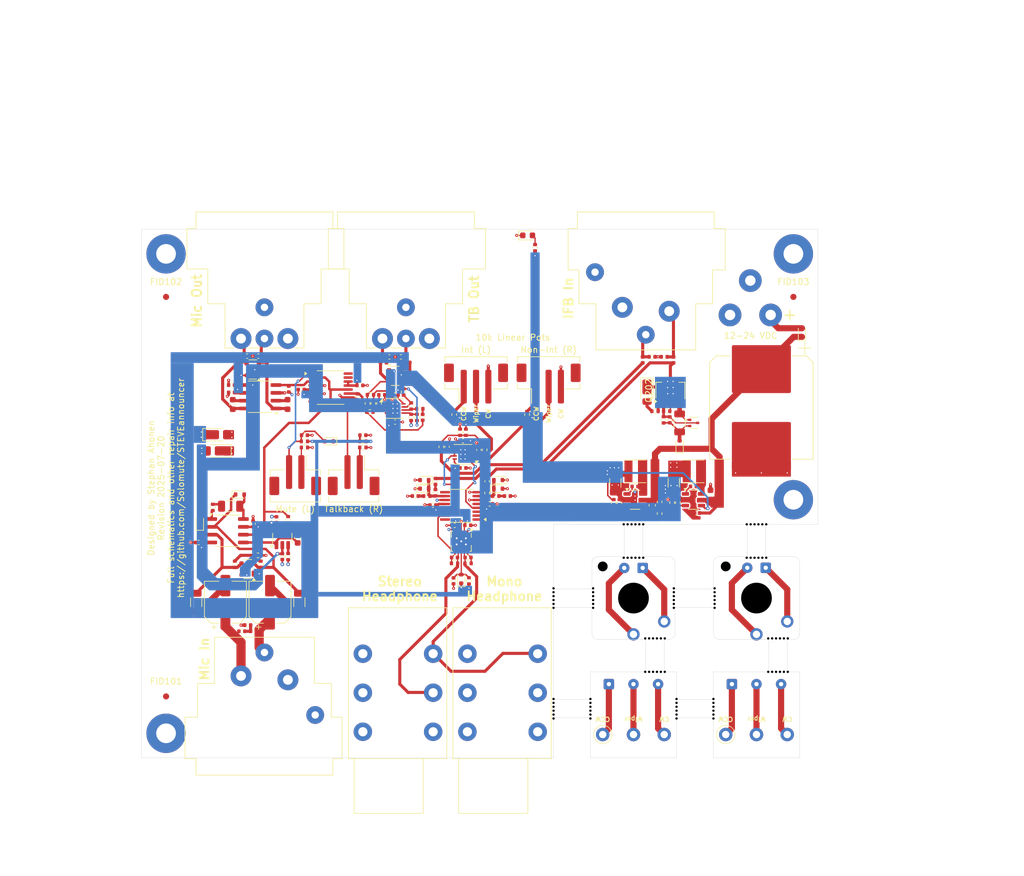
<source format=kicad_pcb>
(kicad_pcb (version 20241229) (generator "pcbnew") (generator_version "9.0")
  (layers (0 "F.Cu" signal) (4 "In1.Cu" signal) (6 "In2.Cu" signal) (2 "B.Cu" signal) (13 "F.Paste" user) (15 "B.Paste" user) (5 "F.SilkS" user "F.Silkscreen") (7 "B.SilkS" user "B.Silkscreen") (1 "F.Mask" user) (3 "B.Mask" user) (25 "Edge.Cuts" user))
  (net 0 "")
  (net 1 "+5V")
  (net 2 "-5V")
  (net 3 "Net-(U201-SW)")
  (net 4 "Net-(U201-Boot)")
  (net 5 "Net-(U202-Boot)")
  (net 6 "GND")
  (net 7 "Net-(U202-SW)")
  (net 8 "Net-(C302-Pad2)")
  (net 9 "/Mic Path/Mic2")
  (net 10 "/Mic Path/Mic3")
  (net 11 "IFB_PIN2")
  (net 12 "Net-(C305-Pad2)")
  (net 13 "Net-(C306-Pad2)")
  (net 14 "/Mic Path/RG2")
  (net 15 "Net-(U304-SNS+)")
  (net 16 "Net-(U304-SNS-)")
  (net 17 "Net-(C401-Pad2)")
  (net 18 "Net-(C402-Pad2)")
  (net 19 "Net-(C403-Pad1)")
  (net 20 "Net-(C404-Pad1)")
  (net 21 "Net-(J403-Pin_2)")
  (net 22 "Net-(J404-Pin_2)")
  (net 23 "Net-(C307-Pad1)")
  (net 24 "Net-(C312-Pad2)")
  (net 25 "Net-(D201-A)")
  (net 26 "Net-(D203-A)")
  (net 27 "Net-(J302-Pin_2)")
  (net 28 "Net-(C313-Pad1)")
  (net 29 "Net-(J303-Pin_1)")
  (net 30 "Net-(J304-Pin_1)")
  (net 31 "Net-(J305-Pin_2)")
  (net 32 "Net-(J305-Pin_1)")
  (net 33 "Net-(J402-Pin_1)")
  (net 34 "Net-(J402-Pin_2)")
  (net 35 "Net-(J403-Pin_1)")
  (net 36 "Net-(J404-Pin_1)")
  (net 37 "Net-(J405-Pin_1)")
  (net 38 "Net-(D405-A)")
  (net 39 "Net-(J405-Pin_2)")
  (net 45 "Net-(U201-FB)")
  (net 46 "Net-(U202-FB)")
  (net 47 "Net-(R303-Pad2)")
  (net 48 "Net-(R316-Pad1)")
  (net 49 "/Mic Path/Micpre+")
  (net 54 "Net-(J302-Pin_1)")
  (net 57 "Net-(J404-Pin_3)")
  (net 61 "/Mic Path/Micpre-")
  (net 62 "/Mic Path/RG1")
  (net 63 "Net-(D308-Pad2)")
  (net 64 "Net-(D308-Pad3)")
  (net 65 "Net-(J402-Pin_3)")
  (net 66 "Net-(U302A-+)")
  (net 67 "Net-(U302B--)")
  (net 68 "Net-(U302A--)")
  (net 69 "Net-(U302B-+)")
  (net 70 "Net-(R317-Pad1)")
  (net 71 "Net-(R405-Pad2)")
  (net 74 "/Mic Path/MicpreOut")
  (net 77 "/Mic Path/MicOut+")
  (net 78 "/Mic Path/MicOut-")
  (net 79 "/Mic Path/MicOut2")
  (net 80 "/Mic Path/MicOut3")
  (net 81 "/Mic Path/MicOut")
  (net 82 "/Power/vbulk")
  (net 83 "/Mic Path/TBOut")
  (net 84 "/Mic Path/MuteSel")
  (net 85 "/Mic Path/TBSel")
  (net 86 "/Power/Pin2_Bulk")
  (net 88 "/Power/Darl_B")
  (net 92 "/Power/Darl_E")
  (net 93 "/Mic Path/TB_OUT2")
  (net 94 "/Mic Path/TB_OUT3")
  (net 95 "/IFB Path/IFB_Pin3")
  (net 96 "/IFB Path/HP_L")
  (net 97 "/IFB Path/HP_R")
  (net 98 "/IFB Path/VCA_INL")
  (net 99 "/IFB Path/VCA_INR")
  (net 100 "/IFB Path/VCA_OUTL")
  (net 101 "/IFB Path/VCA_OUTR")
  (net 102 "/IFB Path/VCAR_E-")
  (net 103 "/IFB Path/VCAL_E-")
  (net 104 "Net-(C416-Pad1)")
  (net 105 "Net-(C417-Pad2)")
  (net 106 "Net-(D204-A)")
  (net 107 "Net-(U303-Ref)")
  (net 108 "Net-(U305--)")
  (net 109 "Net-(U201-EN)")
  (net 110 "Net-(U305-+)")
  (footprint "Resistor_SMD:R_0402_1005Metric" (layer "F.Cu") (at 134.8 108.86 -90)
    (property "Reference" "R402" (hide yes))
    (property "Value" "20k" (hide yes))
  )
  (footprint "STEVEannouncer:Mousebites" (layer "F.Cu") (at 174 144 90)
    (property "Reference" "H110" (hide yes))
    (property "Value" "Mousebites" (hide yes))
  )
  (footprint "Capacitor_SMD:C_0402_1005Metric" (layer "F.Cu") (at 172 86.75 180)
    (property "Reference" "C416" (hide yes))
    (property "Value" "100p" (hide yes))
  )
  (footprint "STEVEannouncer:Mousebites" (layer "F.Cu") (at 187 119.44)
    (property "Reference" "H116" (hide yes))
    (property "Value" "Mousebites" (hide yes))
  )
  (footprint "Connector_JST:JST_PH_B3B-PH-SM4-TB_1x03-1MP_P2.00mm_Vertical" (layer "F.Cu") (at 141.4 91.1)
    (property "Reference" "J405" (hide yes))
    (property "Value" "Conn_01x03" (hide yes))
  )
  (footprint "STEVEannouncer:Mousebites" (layer "F.Cu") (at 154 144 90)
    (property "Reference" "H112" (hide yes))
    (property "Value" "Mousebites" (hide yes))
  )
  (footprint "Resistor_SMD:R_0402_1005Metric" (layer "F.Cu") (at 170.5 95.6)
    (property "Reference" "R203" (hide yes))
    (property "Value" "20k" (hide yes))
  )
  (footprint "Capacitor_SMD:C_0402_1005Metric" (layer "F.Cu") (at 170.02 86.75 180)
    (property "Reference" "C417" (hide yes))
    (property "Value" "100p" (hide yes))
  )
  (footprint "STEVEannouncer:Pot" (layer "F.Cu") (at 187 148.2)
    (property "Reference" "RV402" (hide yes))
    (property "Value" "10k" (hide yes))
    (fp_line (start -5 3.8) (end 5 3.8) (stroke (width 0.05)) (layer "Edge.Cuts"))
  )
  (footprint "Package_SO:QSOP-16_3.9x4.9mm_P0.635mm" (layer "F.Cu") (at 139 111 180)
    (property "Reference" "U401" (hide yes))
    (property "Value" "THAT2162" (hide yes))
  )
  (footprint "STEVEannouncer:Mousebites" (layer "F.Cu") (at 167 114)
    (property "Reference" "H117" (hide yes))
    (property "Value" "Mousebites" (hide yes))
  )
  (footprint "Resistor_SMD:R_0402_1005Metric" (layer "F.Cu") (at 140.1 120.345 180)
    (property "Reference" "R411" (hide yes))
    (property "Value" "20k" (hide yes))
  )
  (footprint "STEVEannouncer:NC3FAH2" (layer "F.Cu") (at 165.19 78.7 90)
    (property "Reference" "J401" (hide yes))
    (property "Value" "NC3FAH2" (hide yes))
  )
  (footprint "Connector_JST:JST_PH_B3B-PH-SM4-TB_1x03-1MP_P2.00mm_Vertical" (layer "F.Cu") (at 153.2 91.1)
    (property "Reference" "J403" (hide yes))
    (property "Value" "Conn_01x03" (hide yes))
  )
  (footprint "Capacitor_SMD:C_0402_1005Metric" (layer "F.Cu") (at 122.52 91.4)
    (property "Reference" "C322" (hide yes))
    (property "Value" "100n" (hide yes))
  )
  (footprint "Capacitor_SMD:C_0402_1005Metric" (layer "F.Cu") (at 103.325 131.4)
    (property "Reference" "C303" (hide yes))
    (property "Value" "470p" (hide yes))
  )
  (footprint "STEVEannouncer:NC3MAH" (layer "F.Cu") (at 133.81 83.78 180)
    (property "Reference" "J306" (hide yes))
    (property "Value" "NC3MAH" (hide yes))
  )
  (footprint "Capacitor_SMD:C_1206_3216Metric" (layer "F.Cu") (at 164.05 107.26 -90)
    (property "Reference" "C207" (hide yes))
    (property "Value" "22u" (hide yes))
  )
  (footprint "MountingHole:MountingHole_3.2mm_M3_Pad_TopBottom" (layer "F.Cu") (at 193 110)
    (property "Reference" "H103" (hide yes))
    (property "Value" "MountingHole" (hide yes))
  )
  (footprint "STEVEannouncer:Pot" (layer "F.Cu") (at 167 148.2)
    (property "Reference" "RV401" (hide yes))
    (property "Value" "10k" (hide yes))
    (fp_line (start -5 3.8) (end 5 3.8) (stroke (width 0.05)) (layer "Edge.Cuts"))
  )
  (footprint "Capacitor_SMD:C_0402_1005Metric" (layer "F.Cu") (at 112.975 92.075 180)
    (property "Reference" "C301" (hide yes))
    (property "Value" "100n" (hide yes))
  )
  (footprint "Package_SO:SO-8_3.9x4.9mm_P1.27mm" (layer "F.Cu") (at 106.3 93.25 180)
    (property "Reference" "U304" (hide yes))
    (property "Value" "THAT1646" (hide yes))
  )
  (footprint "STEVEannouncer:Mousebites" (layer "F.Cu") (at 160 144 90)
    (property "Reference" "H109" (hide yes))
    (property "Value" "Mousebites" (hide yes))
  )
  (footprint "STEVEannouncer:Mousebites" (layer "F.Cu") (at 167 119.44)
    (property "Reference" "H115" (hide yes))
    (property "Value" "Mousebites" (hide yes))
  )
  (footprint "Connector_JST:JST_PH_B2B-PH-SM4-TB_1x02-1MP_P2.00mm_Vertical" (layer "F.Cu") (at 112 106 180)
    (property "Reference" "J304" (hide yes))
    (property "Value" "Conn_01x02" (hide yes))
  )
  (footprint "Resistor_SMD:R_0402_1005Metric" (layer "F.Cu") (at 142.8 101.89 90)
    (property "Reference" "R405" (hide yes))
    (property "Value" "330k" (hide yes))
  )
  (footprint "Package_TO_SOT_SMD:SOT-523" (layer "F.Cu") (at 176.8 97.5)
    (property "Reference" "Q201" (hide yes))
    (property "Value" "BC847" (hide yes))
  )
  (footprint "Capacitor_SMD:C_1206_3216Metric" (layer "F.Cu") (at 173.55 107.24 -90)
    (property "Reference" "C208" (hide yes))
    (property "Value" "22u" (hide yes))
  )
  (footprint "Diode_SMD:D_SOD-523" (layer "F.Cu") (at 194.4 82.8 90)
    (property "Reference" "D203" (hide yes))
    (property "Value" "D_Schottky" (hide yes))
  )
  (footprint "Inductor_SMD:L_0402_1005Metric" (layer "F.Cu") (at 107.4 87.15 90)
    (property "Reference" "FB302" (hide yes))
    (property "Value" "FerriteBead" (hide yes))
  )
  (footprint "Capacitor_SMD:C_0402_1005Metric" (layer "F.Cu") (at 172.9 97 -90)
    (property "Reference" "C201" (hide yes))
    (property "Value" "1u/50V" (hide yes))
  )
  (footprint "Diode_SMD:D_PowerDI-123" (layer "F.Cu") (at 99.265 99.42)
    (property "Reference" "D302" (hide yes))
    (property "Value" "DFLZ5V6" (hide yes))
  )
  (footprint "Resistor_SMD:R_0402_1005Metric" (layer "F.Cu") (at 129.63 92.47 90)
    (property "Reference" "R320" (hide yes))
    (property "Value" "100" (hide yes))
  )
  (footprint "Capacitor_SMD:C_0402_1005Metric" (layer "F.Cu") (at 101.65 92.55)
    (property "Reference" "C314" (hide yes))
    (property "Value" "100n" (hide yes))
  )
  (footprint "Capacitor_SMD:C_0402_1005Metric" (layer "F.Cu") (at 137.741552 123.193828 90)
    (property "Reference" "C409" (hide yes))
    (property "Value" "1u/50V" (hide yes))
  )
  (footprint "Resistor_SMD:R_0402_1005Metric" (layer "F.Cu") (at 113.5 100.5)
    (property "Reference" "R309" (hide yes))
    (property "Value" "330k" (hide yes))
  )
  (footprint "STEVEannouncer:Mousebites" (layer "F.Cu") (at 180.19 126 90)
    (property "Reference" "H119" (hide yes))
    (property "Value" "Mousebites" (hide yes))
  )
  (footprint "Capacitor_SMD:C_0402_1005Metric" (layer "F.Cu") (at 136.69 101.39 90)
    (property "Reference" "C406" (hide yes))
    (property "Value" "100n" (hide yes))
  )
  (footprint "Capacitor_SMD:C_0603_1608Metric" (layer "F.Cu") (at 170.05 110.9 -90)
    (property "Reference" "C203" (hide yes))
    (property "Value" "2.2u" (hide yes))
  )
  (footprint "STEVEannouncer:Mousebites" (layer "F.Cu") (at 170.5 132.56)
    (property "Reference" "H106" (hide yes))
    (property "Value" "Mousebites" (hide yes))
  )
  (footprint "Capacitor_SMD:C_0402_1005Metric" (layer "F.Cu") (at 123 99.5 180)
    (property "Reference" "C323" (hide yes))
    (property "Value" "100n" (hide yes))
  )
  (footprint "Resistor_SMD:R_0402_1005Metric" (layer "F.Cu") (at 124.14 95.73)
    (property "Reference" "R311" (hide yes))
    (property "Value" "20k" (hide yes))
  )
  (footprint "Capacitor_SMD:CP_Elec_6.3x7.7" (layer "F.Cu") (at 107.9 126.675 90)
    (property "Reference" "C306" (hide yes))
    (property "Value" "22u" (hide yes))
  )
  (footprint "STEVEannouncer:OPA1622" (layer "F.Cu") (at 139 116.77 -90)
    (property "Reference" "U403" (hide yes))
    (property "Value" "OPA1622" (hide yes))
  )
  (footprint "MountingHole:MountingHole_3.2mm_M3_Pad_TopBottom" (layer "F.Cu") (at 91 148)
    (property "Reference" "H101" (hide yes))
    (property "Value" "MountingHole" (hide yes))
  )
  (footprint "STEVEannouncer:NC3FAH2" (layer "F.Cu") (at 110.81 139.3 -90)
    (property "Reference" "J301" (hide yes))
    (property "Value" "NC3FAH2" (hide yes))
  )
  (footprint "Diode_SMD:D_SOD-523" (layer "F.Cu") (at 145 108.2)
    (property "Reference" "D403" (hide yes))
    (property "Value" "BAS716" (hide yes))
  )
  (footprint "Capacitor_SMD:C_0603_1608Metric" (layer "F.Cu") (at 112.4 116.25 -90)
    (property "Reference" "C327" (hide yes))
    (property "Value" "10u" (hide yes))
  )
  (footprint "Capacitor_SMD:C_0603_1608Metric" (layer "F.Cu") (at 179.53 109.225 90)
    (property "Reference" "C204" (hide yes))
    (property "Value" "2.2u" (hide yes))
  )
  (footprint "Resistor_SMD:R_0402_1005Metric" (layer "F.Cu") (at 151 69 90)
    (property "Reference" "R209" (hide yes))
    (property "Value" "1k" (hide yes))
  )
  (footprint "Capacitor_SMD:CP_Elec_6.3x7.7" (layer "F.Cu") (at 100.65 126.675 90)
    (property "Reference" "C305" (hide yes))
    (property "Value" "22u" (hide yes))
  )
  (footprint "Capacitor_SMD:C_0402_1005Metric" (layer "F.Cu") (at 128.25 92.94)
    (property "Reference" "C308" (hide yes))
    (property "Value" "100n" (hide yes))
  )
  (footprint "Capacitor_SMD:C_0402_1005Metric" (layer "F.Cu") (at 131.52 109.4 180)
    (property "Reference" "C404" (hide yes))
    (property "Value" "100p" (hide yes))
  )
  (footprint "Connector_Wire:SolderWire-0.15sqmm_1x03_P4mm_D0.5mm_OD1.5mm" (layer "F.Cu") (at 183 140)
    (property "Reference" "J404" (hide yes))
    (property "Value" "Conn_01x03" (hide yes))
  )
  (footprint "Capacitor_SMD:C_0402_1005Metric" (layer "F.Cu") (at 105.16 113.93 90)
    (property "Reference" "C310" (hide yes))
    (property "Value" "100n" (hide yes))
  )
  (footprint "Resistor_SMD:R_0402_1005Metric" (layer "F.Cu") (at 172.4 95.6 180)
    (property "Reference" "R201" (hide yes))
    (property "Value" "1Meg" (hide yes))
  )
  (footprint "Connector_JST:JST_PH_B2B-PH-SM4-TB_1x02-1MP_P2.00mm_Vertical" (layer "F.Cu") (at 121.5 106 180)
    (property "Reference" "J303" (hide yes))
    (property "Value" "Conn_01x02" (hide yes))
  )
  (footprint "STEVEannouncer:Mousebites" (layer "F.Cu") (at 173.56 126 90)
    (property "Reference" "H120" (hide yes))
    (property "Value" "Mousebites" (hide yes))
  )
  (footprint "Capacitor_SMD:C_0402_1005Metric" (layer "F.Cu") (at 137.94 114.16)
    (property "Reference" "C414" (hide yes))
    (property "Value" "100n" (hide yes))
  )
  (footprint "Resistor_SMD:R_0402_1005Metric" (layer "F.Cu") (at 102.175 120.5 90)
    (property "Reference" "R303" (hide yes))
    (property "Value" "1k" (hide yes))
  )
  (footprint "Resistor_SMD:R_0402_1005Metric" (layer "F.Cu") (at 124.236 92.9315 180)
    (property "Reference" "R319" (hide yes))
    (property "Value" "100" (hide yes))
  )
  (footprint "Diode_SMD:D_SOD-523" (layer "F.Cu") (at 117.5 100.5 180)
    (property "Reference" "D306" (hide yes))
    (property "Value" "D_Schottky" (hide yes))
  )
  (footprint "Fiducial:Fiducial_1mm_Mask3mm" (layer "F.Cu") (at 193 77)
    (property "Reference" "FID103")
    (property "Value" "Fiducial" (hide yes))
  )
  (footprint "STEVEannouncer:Inductor 3012" (layer "F.Cu") (at 176.75 105.38 180)
    (property "Reference" "L202" (hide yes))
    (property "Value" "18u" (hide yes))
  )
  (footprint "Capacitor_SMD:C_0402_1005Metric" (layer "F.Cu") (at 108.95 113.25 -90)
    (property "Reference" "C326" (hide yes))
    (property "Value" "100n" (hide yes))
  )
  (footprint "STEVEannouncer:Barrel Jack" (layer "F.Cu") (at 186 79.94 180)
    (property "Reference" "J201" (hide yes))
    (property "Value" "Barrel_Jack_Switch" (hide yes))
    (fp_line (start -5 13.94) (end 5 13.94) (stroke (width 0.05)) (layer "Edge.Cuts"))
  )
  (footprint "Diode_SMD:D_PowerDI-123" (layer "F.Cu") (at 99.275 102.05 180)
    (property "Reference" "D303" (hide yes))
    (property "Value" "DFLZ5V6" (hide yes))
  )
  (footprint "Diode_SMD:D_SOD-523" (layer "F.Cu") (at 138.991552 122.883932 90)
    (property "Reference" "D405" (hide yes))
    (property "Value" "BAS716" (hide yes))
  )
  (footprint "Resistor_SMD:R_0402_1005Metric" (layer "F.Cu") (at 164.73 110.49 90)
    (property "Reference" "R205" (hide yes))
    (property "Value" "20k" (hide yes))
  )
  (footprint "Package_TO_SOT_SMD:SOT-23-5" (layer "F.Cu") (at 109.9 116.25 90)
    (property "Reference" "U305" (hide yes))
    (property "Value" "OPA202" (hide yes))
  )
  (footprint "Diode_SMD:D_SOD-523" (layer "F.Cu") (at 133 108.2)
    (property "Reference" "D402" (hide yes))
    (property "Value" "BAS716" (hide yes))
  )
  (footprint "Capacitor_SMD:C_0402_1005Metric" (layer "F.Cu") (at 139.28 100.41)
    (property "Reference" "C413" (hide yes))
    (property "Value" "100n" (hide yes))
  )
  (footprint "STEVEannouncer:SolderWire-0.15sqmm_1x02_P4mm_D0.5mm_OD1.5mm" (layer "F.Cu") (at 168.5 121.1 180)
    (property "Reference" "J302" (hide yes))
    (property "Value" "Conn_01x02" (hide yes))
  )
  (footprint "Capacitor_SMD:C_0402_1005Metric" (layer "F.Cu") (at 143.61 110.68 180)
    (property "Reference" "C410" (hide yes))
    (property "Value" "100n" (hide yes))
  )
  (footprint "Inductor_SMD:L_0402_1005Metric" (layer "F.Cu") (at 126.355 87.685)
    (property "Reference" "FB303" (hide yes))
    (property "Value" "FerriteBead" (hide yes))
  )
  (footprint "Capacitor_SMD:C_0402_1005Metric" (layer "F.Cu") (at 110.95 92 -90)
    (property "Reference" "C328" (hide yes))
    (property "Value" "470p" (hide yes))
  )
  (footprint "Capacitor_SMD:C_0402_1005Metric" (layer "F.Cu") (at 101.65 91.35)
    (property "Reference" "C315" (hide yes))
    (property "Value" "100n" (hide yes))
  )
  (footprint "Capacitor_SMD:C_0402_1005Metric" (layer "F.Cu") (at 134.8 107.02 -90)
    (property "Reference" "C402" (hide yes))
    (property "Value" "1u/50V" (hide yes))
  )
  (footprint "Inductor_SMD:L_0402_1005Metric" (layer "F.Cu") (at 102.8 87.1 90)
    (property "Reference" "FB301" (hide yes))
    (property "Value" "FerriteBead" (hide yes))
  )
  (footprint "Resistor_SMD:R_1206_3216Metric" (layer "F.Cu") (at 95.9 126.675 -90)
    (property "Reference" "R301" (hide yes))
    (property "Value" "10" (hide yes))
  )
  (footprint "Resistor_SMD:R_0402_1005Metric" (layer "F.Cu") (at 171.25 112.25 90)
    (property "Reference" "R211" (hide yes))
    (property "Value" "10k" (hide yes))
  )
  (footprint "Capacitor_SMD:C_0402_1005Metric" (layer "F.Cu") (at 146.5 109.4)
    (property "Reference" "C403" (hide yes))
    (property "Value" "100p" (hide yes))
  )
  (footprint "STEVEannouncer:WSON-8-1EP_3x3mm_P0.5mm_EP1.2x2mm_ThermalVias" (layer "F.Cu") (at 139.28 102.62 180)
    (property "Reference" "U402" (hide yes))
    (property "Value" "OPA1678" (hide yes))
  )
  (footprint "Resistor_SMD:R_0402_1005Metric" (layer "F.Cu") (at 140.241552 123.193828 -90)
    (property "Reference" "R413" (hide yes))
    (property "Value" "1Meg" (hide yes))
  )
  (footprint "Resistor_SMD:R_0402_1005Metric" (layer "F.Cu") (at 110.85 113.25 -90)
    (property "Reference" "R321" (hide yes))
    (property "Value" "10k" (hide yes))
  )
  (footprint "Capacitor_SMD:C_0402_1005Metric" (layer "F.Cu") (at 109.9 119.25 90)
    (property "Reference" "C325" (hide yes))
    (property "Value" "100n" (hide yes))
  )
  (footprint "STEVEannouncer:SOT-23-6" (layer "F.Cu") (at 176.75 110)
    (property "Reference" "U202" (hide yes))
    (property "Value" "LV3842" (hide yes))
  )
  (footprint "STEVEannouncer:SolderWire-0.15sqmm_1x02_P4mm_D0.5mm_OD1.5mm" (layer "F.Cu") (at 188.5 121.07 180)
    (property "Reference" "J305" (hide yes))
    (property "Value" "Conn_01x02" (hide yes))
  )
  (footprint "Resistor_SMD:R_0402_1005Metric" (layer "F.Cu") (at 139.75 99.02 -90)
    (property "Reference" "R409" (hide yes))
    (property "Value" "80.6k" (hide yes))
  )
  (footprint "Diode_SMD:D_SOD-523" (layer "F.Cu") (at 96.5 113.715 90)
    (property "Reference" "D304" (hide yes))
    (property "Value" "BAS716" (hide yes))
  )
  (footprint "LED_SMD:LED_0603_1608Metric" (layer "F.Cu") (at 149.7875 67)
    (property "Reference" "D204" (hide yes))
    (property "Value" "LED" (hide yes))
  )
  (footprint "Package_TO_SOT_SMD:SOT-143" (layer "F.Cu") (at 128.25 89.8475)
    (property "Reference" "D308" (hide yes))
    (property "Value" "BAS3007" (hide yes))
  )
  (footprint "Inductor_SMD:L_0402_1005Metric" (layer "F.Cu") (at 168.5 87.25 -90)
    (property "Reference" "FB402" (hide yes))
    (property "Value" "FerriteBead" (hide yes))
  )
  (footprint "Diode_SMD:D_SOD-523" (layer "F.Cu") (at 145 106.8 180)
    (property "Reference" "D401" (hide yes))
    (property "Value" "BAS716" (hide yes))
  )
  (footprint "Capacitor_SMD:C_0402_1005Metric" (layer "F.Cu") (at 176.75 107.84)
    (property "Reference" "C206" (hide yes))
    (property "Value" "100n" (hide yes))
  )
  (footprint "Capacitor_SMD:C_0402_1005Metric" (layer "F.Cu") (at 141.87 101.89 90)
    (property "Reference" "C405" (hide yes))
    (property "Value" "100n" (hide yes))
  )
  (footprint "STEVEannouncer:NRJ6HF" (layer "F.Cu") (at 151.43 135.05 -90)
    (property "Reference" "J407" (hide yes))
    (property "Value" "NRJ6HF" (hide yes))
  )
  (footprint "MountingHole:MountingHole_3.2mm_M3_Pad_TopBottom" (layer "F.Cu") (at 91 70)
    (property "Reference" "H102" (hide yes))
    (property "Value" "MountingHole" (hide yes))
  )
  (footprint "STEVEannouncer:Mousebites" (layer "F.Cu") (at 170.5 138)
    (property "Reference" "H105" (hide yes))
    (property "Value" "Mousebites" (hide yes))
  )
  (footprint "Resistor_SMD:R_0402_1005Metric" (layer "F.Cu") (at 143.2 108.9 -90)
    (property "Reference" "R401" (hide yes))
    (property "Value" "20k" (hide yes))
  )
  (footprint "Package_SO:TSSOP-16_4.4x5mm_P0.65mm" (layer "F.Cu") (at 117.75 91.75)
    (property "Reference" "U301" (hide yes))
    (property "Value" "TMUX6236" (hide yes))
  )
  (footprint "STEVEannouncer:NRJ6HF" (layer "F.Cu") (at 134.43 135.05 -90)
    (property "Reference" "J406" (hide yes))
    (property "Value" "NRJ6HF" (hide yes))
  )
  (footprint "Resistor_SMD:R_0402_1005Metric" (layer "F.Cu") (at 123 101.5)
    (property "Reference" "R307" (hide yes))
    (property "Value" "20k" (hide yes))
  )
  (footprint "STEVEannouncer:Mousebites" (layer "F.Cu") (at 180 144 90)
    (property "Reference" "H111" (hide yes))
    (property "Value" "Mousebites" (hide yes))
  )
  (footprint "Resistor_SMD:R_0402_1005Metric" (layer "F.Cu") (at 173.29 110.47 90)
    (property "Reference" "R208" (hide yes))
    (property "Value" "80.6k" (hide yes))
  )
  (footprint "Capacitor_SMD:C_0402_1005Metric" (layer "F.Cu") (at 122.1 93.25 -90)
    (property "Reference" "C329" (hide yes))
    (property "Value" "470p" (hide yes))
  )
  (footprint "Resistor_SMD:R_0402_1005Metric" (layer "F.Cu") (at 133.4 109.4 180)
    (property "Reference" "R404" (hide yes))
    (property "Value" "6.8k" (hide yes))
  )
  (footprint "Resistor_SMD:R_1206_3216Metric" (layer "F.Cu") (at 112.675 126.675 -90)
    (property "Reference" "R302" (hide yes))
    (property "Value" "10" (hide yes))
  )
  (footprint "STEVEannouncer:Mousebites" (layer "F.Cu") (at 187 114)
    (property "Reference" "H118" (hide yes))
    (property "Value" "Mousebites" (hide yes))
  )
  (footprint "STEVEannouncer:NC3MAH" (layer "F.Cu") (at 110.81 83.78 180)
    (property "Reference" "J307" (hide yes))
    (property "Value" "NC3MAH" (hide yes))
  )
  (footprint "Resistor_SMD:R_0402_1005Metric" (layer "F.Cu") (at 144.61 109.4)
    (property "Reference" "R403" (hide yes))
    (property "Value" "6.8k" (hide yes))
  )
  (footprint "Capacitor_SMD:C_0402_1005Metric" (layer "F.Cu") (at 113.5 99.5 180)
    (property "Reference" "C324" (hide yes))
    (property "Value" "100n" (hide yes))
  )
  (footprint "Fiducial:Fiducial_1mm_Mask3mm" (layer "F.Cu") (at 91 77)
    (property "Reference" "FID102")
    (property "Value" "Fiducial" (hide yes))
  )
  (footprint "Resistor_SMD:R_0402_1005Metric" (layer "F.Cu") (at 113.51 101.5)
    (property "Reference" "R308" (hide yes))
    (property "Value" "20k" (hide yes))
  )
  (footprint "MountingHole:MountingHole_3.2mm_M3_Pad_TopBottom" (layer "F.Cu") (at 193 70)
    (property "Reference" "H104" (hide yes))
    (property "Value" "MountingHole" (hide yes))
  )
  (footprint "STEVEannouncer:Mousebites" (layer "F.Cu") (at 190.5 132.56)
    (property "Reference" "H107" (hide yes))
    (property "Value" "Mousebites" (hide yes))
  )
  (footprint "Diode_SMD:D_SOD-523" (layer "F.Cu") (at 174.5 101.1 90)
    (property "Reference" "D202" (hide yes))
    (property "Value" "D_Schottky" (hide yes))
  )
  (footprint "Resistor_SMD:R_0402_1005Metric" (layer "F.Cu") (at 110.85 119.25 -90)
    (property "Reference" "R322" (hide yes))
    (property "Value" "10k" (hide yes))
  )
  (footprint "Resistor_SMD:R_0402_1005Metric" (layer "F.Cu") (at 106.4 120.5 -90)
    (property "Reference" "R304" (hide yes))
    (property "Value" "1k" (hide yes))
  )
  (footprint "Capacitor_SMD:C_0402_1005Metric" (layer "F.Cu") (at 105.225 131.4)
    (property "Reference" "C304" (hide yes))
    (property "Value" "470p" (hide yes))
  )
  (footprint "Resistor_SMD:R_0402_1005Metric" (layer "F.Cu") (at 174.23 110.47 90)
    (property "Reference" "R206" (hide yes))
    (property "Value" "20k" (hide yes))
  )
  (footprint "Resistor_SMD:R_0402_1005Metric" (layer "F.Cu") (at 132.25 95.21 180)
    (property "Reference" "R312" (hide yes))
    (property "Value" "20k" (hide yes))
  )
  (footprint "Connector_Wire:SolderWire-0.15sqmm_1x03_P4mm_D0.5mm_OD1.5mm" (layer "F.Cu") (at 163 140)
    (property "Reference" "J402" (hide yes))
    (property "Value" "Conn_01x03" (hide yes))
  )
  (footprint "Capacitor_SMD:C_0402_1005Metric" (layer "F.Cu") (at 104.275 130.4)
    (property "Reference" "C302" (hide yes))
    (property "Value" "100p" (hide yes))
  )
  (footprint "Resistor_SMD:R_0402_1005Metric" (layer "F.Cu") (at 123 100.5)
    (property "Reference" "R310" (hide yes))
    (property "Value" "330k" (hide yes))
  )
  (footprint "Capacitor_SMD:C_0402_1005Metric" (layer "F.Cu") (at 139.28 104.83)
    (property "Reference" "C412" (hide yes))
    (property "Value" "100n" (hide yes))
  )
  (footprint "Capacitor_SMD:C_0402_1005Metric" (layer "F.Cu") (at 126.076 92.9415 180)
    (property "Reference" "C312" (hide yes))
    (property "Value" "100n" (hide yes))
  )
  (footprint "Resistor_SMD:R_0402_1005Metric" (layer "F.Cu") (at 163.79 110.49 90)
    (property "Reference" "R207" (hide yes))
    (property "Value" "80.6k" (hide yes))
  )
  (footprint "Capacitor_SMD:C_0402_1005Metric" (layer "F.Cu") (at 104.18 86.65)
    (property "Reference" "C318" (hide yes))
    (property "Value" "100p" (hide yes))
  )
  (footprint "Capacitor_SMD:C_1206_3216Metric" (layer "F.Cu") (at 101.5 111.05)
    (property "Reference" "C307" (hide yes))
    (property "Value" "100u" (hide yes))
  )
  (footprint "Capacitor_SMD:C_0402_1005Metric" (layer "F.Cu") (at 143.2 107 -90)
    (property "Reference" "C401" (hide yes))
    (property "Value" "1u/50V" (hide yes))
  )
  (footprint "Capacitor_SMD:C_0402_1005Metric" (layer "F.Cu") (at 167.25 107.84)
    (property "Reference" "C205" (hide yes))
    (property "Value" "100n" (hide yes))
  )
  (footprint "Capacitor_SMD:C_0402_1005Metric" (layer "F.Cu") (at 127.32 86.76)
    (property "Reference" "C320" (hide yes))
    (property "Value" "100p" (hide yes))
  )
  (footprint "Resistor_SMD:R_0402_1005Metric" (layer "F.Cu") (at 138.81 99.02 -90)
    (property "Reference" "R410" (hide yes))
    (property "Value" "10k" (hide yes))
  )
  (footprint "Resistor_SMD:R_0402_1005Metric" (layer "F.Cu") (at 137.85 96.15 90)
    (property "Reference" "R408" (hide yes))
    (property "Value" "80.6k" (hide yes))
  )
  (footprint "Resistor_SMD:R_0402_1005Metric" (layer "F.Cu") (at 105.95 119.05)
    (property "Reference" "R305" (hide yes))
    (property "Value" "20k" (hide yes))
  )
  (footprint "Resistor_SMD:R_0402_1005Metric" (layer "F.Cu") (at 131.79 96.61 90)
    (property "Reference" "R318" (hide yes))
    (property "Value" "1k" (hide yes))
  )
  (footprint "Diode_SMD:D_PowerDI-123" (layer "F.Cu") (at 169.2 92.5 -90)
    (property "Reference" "D201" (hide yes))
    (property "Value" "DFLZ5V6" (hide yes))
  )
  (footprint "Inductor_SMD:L_0402_1005Metric" (layer "F.Cu") (at 173.5 87.25 -90)
    (property "Reference" "FB401" (hide yes))
    (property "Value" "FerriteBead" (hide yes))
  )
  (footprint "Capacitor_SMD:C_0402_1005Metric" (layer "F.Cu") (at 128.25 97.36 180)
    (property "Reference" "C309" (hide yes))
    (property "Value" "100n" (hide yes))
  )
  (footprint "STEVEannouncer:Mousebites" (layer "F.Cu") (at 190.5 138)
    (property "Reference" "H108" (hide yes))
    (property "Value" "Mousebites" (hide yes))
  )
  (footprint "Capacitor_SMD:C_0402_1005Metric" (layer "F.Cu") (at 137.90562 119.395)
    (property "Reference" "C408" (hide yes))
    (property "Value" "100p" (hide yes))
  )
  (footprint "STEVEannouncer:SOT-89-3" (layer "F.Cu") (at 173 92.25 90)
    (property "Reference" "Q202")
    (property "Value" "BCV49" (hide yes))
  )
  (footprint "Capacitor_SMD:C_0402_1005Metric" (layer "F.Cu") (at 140.06 114.16)
    (property "Reference" "C415" (hide yes))
    (property "Value" "100n" (hide yes))
  )
  (footprint "Capacitor_SMD:C_0402_1005Metric" (layer "F.Cu") (at 132.72 96.59 -90)
    (property "Reference" "C313" (hide yes))
    (property "Value" "100n" (hide yes))
  )
  (footprint "STEVEannouncer:SOT-23-6" (layer "F.Cu") (at 167.25 110)
    (property "Reference" "U201" (hide yes))
    (property "Value" "LV3842" (hide yes))
  )
  (footprint "Capacitor_SMD:C_0402_1005Metric" (layer "F.Cu") (at 106 86.65)
    (property "Reference" "C319" (hide yes))
    (property "Value" "100p" (hide yes))
  )
  (footprint "Resistor_SMD:R_0402_1005Metric" (layer "F.Cu") (at 137.90562 120.345)
    (property "Reference" "R412" (hide yes))
    (property "Value" "20k" (hide yes))
  )
  (footprint "Diode_SMD:D_SOD-523" (layer "F.Cu") (at 133 106.8 180)
    (property "Reference" "D404" (hide yes))
    (property "Value" "BAS716" (hide yes))
  )
  (footprint "STEVEannouncer:Mousebites" (layer "F.Cu") (at 154 126 90)
    (property "Reference" "H114" (hide yes))
    (property "Value" "Mousebites" (hide yes))
  )
  (footprint "Capacitor_SMD:C_0402_1005Metric" (layer "F.Cu") (at 140.1 119.395 180)
    (property "Reference" "C407" (hide yes))
    (property "Value" "100p" (hide yes))
  )
  (footprint "Resistor_SMD:R_0402_1005Metric" (layer "F.Cu") (at 98.6 111.25 -90)
    (property "Reference" "R306" (hide yes))
    (property "Value" "100" (hide yes))
  )
  (footprint "Resistor_SMD:R_1206_3216Metric" (layer "F.Cu") (at 174.5 97.5 -90)
    (property "Reference" "R204" (hide yes))
    (property "Value" "10" (hide yes))
  )
  (footprint "Package_TO_SOT_SMD:SOT-143" (layer "F.Cu") (at 104.275 121.275 180)
    (property "Reference" "D301" (hide yes))
    (property "Value" "BAS3007" (hide yes))
  )
  (footprint "Capacitor_SMD:C_0603_1608Metric" (layer "F.Cu") (at 101.85 94.5 -90)
    (property "Reference" "C316" (hide yes))
    (property "Value" "10u" (hide yes))
  )
  (footprint "STEVEannouncer:Inductor 3012" (layer "F.Cu") (at 167.2875 105.38 180)
    (property "Reference" "L201" (hide yes))
    (property "Value" "18u" (hide yes))
  )
  (footprint "Capacitor_SMD:C_0402_1005Metric" (layer "F.Cu") (at 129.18 86.76)
    (property "Reference" "C321" (hide yes))
    (property "Value" "100p" (hide yes))
  )
  (footprint "Diode_SMD:D_SOD-523" (layer "F.Cu") (at 103 109.15)
    (property "Reference" "D305" (hide yes))
    (property "Value" "BAS716" (hide yes))
  )
  (footprint "Package_TO_SOT_SMD:SOT-143" (layer "F.Cu") (at 105.1 88.8125 180)
    (property "Reference" "D307" (hide yes))
    (property "Value" "BAS3007" (hide yes))
  )
  (footprint "Capacitor_SMD:C_0402_1005Metric" (layer "F.Cu") (at 134.39 110.88 180)
    (property "Reference" "C411" (hide yes))
    (property "Value" "100n" (hide yes))
  )
  (footprint "Resistor_SMD:R_0402_1005Metric" (layer "F.Cu") (at 125.636 94.3315 -90)
    (property "Reference" "R313" (hide yes))
    (property "Value" "20k" (hide yes))
  )
  (footprint "Resistor_SMD:R_0402_1005Metric" (layer "F.Cu") (at 130.85 96.61 90)
    (property "Reference" "R314" (hide yes))
    (property "Value" "20k" (hide yes))
  )
  (footprint "Package_SO:SO-8_3.9x4.9mm_P1.27mm" (layer "F.Cu") (at 101 115.05)
    (property "Reference" "U303" (hide yes))
    (property "Value" "THAT1512" (hide yes))
  )
  (footprint "Capacitor_SMD:C_0402_1005Metric" (layer "F.Cu") (at 177.24 112.16)
    (property "Reference" "C209" (hide yes))
    (property "Value" "100n" (hide yes))
  )
  (footprint "Resistor_SMD:R_0402_1005Metric" (layer "F.Cu") (at 149.7 96.15 90)
    (property "Reference" "R407" (hide yes))
    (property "Value" "80.6k" (hide yes))
  )
  (footprint "Resistor_SMD:R_0402_1005Metric" (layer "F.Cu") (at 130.85 94.75 -90)
    (property "Reference" "R317" (hide yes))
    (property "Value" "1k" (hide yes))
  )
  (footprint "Inductor_SMD:L_0402_1005Metric" (layer "F.Cu") (at 130.145 87.685 180)
    (property "Reference" "FB304" (hide yes))
    (property "Value" "FerriteBead" (hide yes))
  )
  (footprint "Capacitor_SMD:CP_Elec_16x17.5" (layer "F.Cu") (at 187.8 95 -90)
    (property "Reference" "C202" (hide yes))
    (property "Value" "1000u" (hide yes))
  )
  (footprint "Resistor_SMD:R_0402_1005Metric" (layer "F.Cu") (at 171.9 97 -90)
    (property "Reference" "R202" (hide yes))
    (property "Value" "330k" (hide yes))
  )
  (footprint "Resistor_SMD:R_0402_1005Metric" (layer "F.Cu") (at 171.25 110.35 90)
    (property "Reference" "R210" (hide yes))
    (property "Value" "80.6k" (hide yes))
  )
  (footprint "Capacitor_SMD:C_0402_1005Metric" (layer "F.Cu") (at 96.3 116.955 180)
    (property "Reference" "C311" (hide yes))
    (property "Value" "100n" (hide yes))
  )
  (footprint "Resistor_SMD:R_0402_1005Metric" (layer "F.Cu") (at 124.696 94.3315 -90)
    (property "Reference" "R316" (hide yes))
    (property "Value" "1k" (hide yes))
  )
  (footprint "STEVEannouncer:WSON-8-1EP_3x3mm_P0.5mm_EP1.2x2mm_ThermalVias" (layer "F.Cu") (at 128.25 95.15)
    (property "Reference" "U302" (hide yes))
    (property "Value" "OPA1678" (hide yes))
  )
  (footprint "STEVEannouncer:Mousebites" (layer "F.Cu") (at 160.44 126 90)
    (property "Reference" "H113" (hide yes))
    (property "Value" "Mousebites" (hide yes))
  )
  (footprint "Fiducial:Fiducial_1mm_Mask3mm" (layer "F.Cu") (at 91 142)
    (property "Reference" "FID101")
    (property "Value" "Fiducial" (hide yes))
  )
  (footprint "Resistor_SMD:R_0402_1005Metric" (layer "F.Cu") (at 123.756 94.3315 -90)
    (property "Reference" "R315" (hide yes))
    (property "Value" "1k" (hide yes))
  )
  (footprint "Capacitor_SMD:C_0603_1608Metric" (layer "F.Cu") (at 110.75 94.5 -90)
    (property "Reference" "C317" (hide yes))
    (property "Value" "10u" (hide yes))
  )
  (footprint "Resistor_SMD:R_0402_1005Metric" (layer "F.Cu") (at 135.76 101.39 -90)
    (property "Reference" "R406" (hide yes))
    (property "Value" "330k" (hide yes))
  )
  (footprint "STEVEannouncer:SW_choc_v1_1u" (layer "B.Cu") (at 187 126 180)
    (property "Reference" "SW302" (hide yes))
    (property "Value" "SW_SPST")
  )
  (footprint "STEVEannouncer:SW_choc_v1_1u" (layer "B.Cu") (at 167 126 180)
    (property "Reference" "SW301" (hide yes))
    (property "Value" "SW_SPST")
  )
  (gr_line (start 194 152) (end 192 152) (stroke (width 0.05)) (layer "Edge.Cuts"))
  (gr_line (start 169 132.75) (end 169 138) (stroke (width 0.05)) (layer "Edge.Cuts"))
  (gr_line (start 165.5 119.25) (end 165.5 114) (stroke (width 0.05)) (layer "Edge.Cuts"))
  (gr_line (start 154 124.5) (end 154 114) (stroke (width 0.05)) (layer "Edge.Cuts"))
  (gr_arc (start 180 120.25) (mid 180.292893 119.542893) (end 181 119.25) (stroke (width 0.05)) (layer "Edge.Cuts"))
  (gr_line (start 194 120.25) (end 194 131.75) (stroke (width 0.05)) (layer "Edge.Cuts"))
  (gr_line (start 192 138) (end 192 132.75) (stroke (width 0.05)) (layer "Edge.Cuts"))
  (gr_line (start 160.25 127.5) (end 160.25 131.75) (stroke (width 0.05)) (layer "Edge.Cuts"))
  (gr_line (start 185.5 114) (end 168.5 114) (stroke (width 0.05)) (layer "Edge.Cuts"))
  (gr_line (start 154 152) (end 154 145.5) (stroke (width 0.05)) (layer "Edge.Cuts"))
  (gr_line (start 180 120.25) (end 180 124.5) (stroke (width 0.05)) (layer "Edge.Cuts"))
  (gr_line (start 180 138) (end 189 138) (stroke (width 0.05)) (layer "Edge.Cuts"))
  (gr_line (start 160 137.999999) (end 169 138) (stroke (width 0.05)) (layer "Edge.Cuts"))
  (gr_line (start 173.75 124.5) (end 180 124.5) (stroke (width 0.05)) (layer "Edge.Cuts"))
  (gr_line (start 185.5 119.25) (end 185.5 114) (stroke (width 0.05)) (layer "Edge.Cuts"))
  (gr_arc (start 173.75 131.75) (mid 173.457107 132.457107) (end 172.75 132.75) (stroke (width 0.05)) (layer "Edge.Cuts"))
  (gr_line (start 161.250002 132.75) (end 169 132.75) (stroke (width 0.05)) (layer "Edge.Cuts"))
  (gr_arc (start 161.25 132.75) (mid 160.542893 132.457107) (end 160.25 131.75) (stroke (width 0.05)) (layer "Edge.Cuts"))
  (gr_arc (start 160.25 120.25) (mid 160.542893 119.542893) (end 161.25 119.25) (stroke (width 0.05)) (layer "Edge.Cuts"))
  (gr_line (start 180 152) (end 182 152) (stroke (width 0.05)) (layer "Edge.Cuts"))
  (gr_line (start 154 142.5) (end 160 142.5) (stroke (width 0.05)) (layer "Edge.Cuts"))
  (gr_line (start 192 132.75) (end 193 132.75) (stroke (width 0.05)) (layer "Edge.Cuts"))
  (gr_line (start 181 132.75) (end 189 132.75) (stroke (width 0.05)) (layer "Edge.Cuts"))
  (gr_line (start 168.5 119.25) (end 172.75 119.25) (stroke (width 0.05)) (layer "Edge.Cuts"))
  (gr_line (start 197 66) (end 191 66) (stroke (width 0.05)) (layer "Edge.Cuts"))
  (gr_line (start 172 138) (end 174 138) (stroke (width 0.05)) (layer "Edge.Cuts"))
  (gr_line (start 197 114) (end 197 66) (stroke (width 0.05)) (layer "Edge.Cuts"))
  (gr_line (start 194 138) (end 194 152) (stroke (width 0.05)) (layer "Edge.Cuts"))
  (gr_line (start 154 127.5) (end 154 142.5) (stroke (width 0.05)) (layer "Edge.Cuts"))
  (gr_line (start 194 138) (end 192 138) (stroke (width 0.05)) (layer "Edge.Cuts"))
  (gr_line (start 174 142.5) (end 174 138) (stroke (width 0.05)) (layer "Edge.Cuts"))
  (gr_arc (start 194 131.75) (mid 193.707107 132.457107) (end 193 132.75) (stroke (width 0.05)) (layer "Edge.Cuts"))
  (gr_line (start 181 119.25) (end 185.5 119.25) (stroke (width 0.05)) (layer "Edge.Cuts"))
  (gr_line (start 160.25 124.5) (end 154 124.5) (stroke (width 0.05)) (layer "Edge.Cuts"))
  (gr_line (start 172 132.75) (end 172.742893 132.75) (stroke (width 0.05)) (layer "Edge.Cuts"))
  (gr_line (start 160 145.5) (end 160 152) (stroke (width 0.05)) (layer "Edge.Cuts"))
  (gr_line (start 87 152) (end 154 152) (stroke (width 0.05)) (layer "Edge.Cuts"))
  (gr_line (start 173.75 120.25) (end 173.75 124.5) (stroke (width 0.05)) (layer "Edge.Cuts"))
  (gr_arc (start 181 132.75) (mid 180.292893 132.457107) (end 180 131.75) (stroke (width 0.05)) (layer "Edge.Cuts"))
  (gr_line (start 172 132.75) (end 172 138) (stroke (width 0.05)) (layer "Edge.Cuts"))
  (gr_line (start 180 127.5) (end 180 131.75) (stroke (width 0.05)) (layer "Edge.Cuts"))
  (gr_line (start 172 152) (end 174 152) (stroke (width 0.05)) (layer "Edge.Cuts"))
  (gr_line (start 154 145.5) (end 160 145.5) (stroke (width 0.05)) (layer "Edge.Cuts"))
  (gr_line (start 188.5 114) (end 197 114) (stroke (width 0.05)) (layer "Edge.Cuts"))
  (gr_line (start 174 145.5) (end 174 152) (stroke (width 0.05)) (layer "Edge.Cuts"))
  (gr_line (start 189 132.75) (end 189 138) (stroke (width 0.05)) (layer "Edge.Cuts"))
  (gr_line (start 165.5 119.25) (end 161.25 119.25) (stroke (width 0.05)) (layer "Edge.Cuts"))
  (gr_line (start 162 152) (end 160 152) (stroke (width 0.05)) (layer "Edge.Cuts"))
  (gr_line (start 173.75 127.5) (end 180 127.5) (stroke (width 0.05)) (layer "Edge.Cuts"))
  (gr_line (start 174 145.5) (end 180 145.5) (stroke (width 0.05)) (layer "Edge.Cuts"))
  (gr_line (start 174 142.5) (end 180 142.5) (stroke (width 0.05)) (layer "Edge.Cuts"))
  (gr_line (start 168.5 114) (end 168.5 119.25) (stroke (width 0.05)) (layer "Edge.Cuts"))
  (gr_arc (start 193 119.25) (mid 193.707107 119.542893) (end 194 120.25) (stroke (width 0.05)) (layer "Edge.Cuts"))
  (gr_line (start 160.25 127.5) (end 154 127.5) (stroke (width 0.05)) (layer "Edge.Cuts"))
  (gr_line (start 160.25 120.25) (end 160.25 124.5) (stroke (width 0.05)) (layer "Edge.Cuts"))
  (gr_line (start 188.5 119.25) (end 193 119.25) (stroke (width 0.05)) (layer "Edge.Cuts"))
  (gr_line (start 180 145.5) (end 180 152) (stroke (width 0.05)) (layer "Edge.Cuts"))
  (gr_line (start 160 142.5) (end 160 137.999999) (stroke (width 0.05)) (layer "Edge.Cuts"))
  (gr_line (start 188.5 114) (end 188.5 119.25) (stroke (width 0.05)) (layer "Edge.Cuts"))
  (gr_line (start 173.75 127.5) (end 173.75 131.75) (stroke (width 0.05)) (layer "Edge.Cuts"))
  (gr_line (start 154 114) (end 165.5 114) (stroke (width 0.05)) (layer "Edge.Cuts"))
  (gr_arc (start 172.75 119.25) (mid 173.457107 119.542893) (end 173.75 120.25) (stroke (width 0.05)) (layer "Edge.Cuts"))
  (gr_line (start 87 152) (end 87 66) (stroke (width 0.05)) (layer "Edge.Cuts"))
  (gr_line (start 180 138) (end 180 142.5) (stroke (width 0.05)) (layer "Edge.Cuts"))
  (gr_line (start 181 66) (end 87 66) (stroke (width 0.05)) (layer "Edge.Cuts"))
  (gr_text "Wiper" (at 141.4 96 90) (layer "F.SilkS") (effects (font (size 0.75 0.75) (thickness 0.15) (bold yes))))
  (gr_text "CCW" (at 151.2 96 90) (layer "F.SilkS") (effects (font (size 0.75 0.75) (thickness 0.15) (bold yes))))
  (gr_text "Wiper" (at 153.2 96 90) (layer "F.SilkS") (effects (font (size 0.75 0.75) (thickness 0.15) (bold yes))))
  (gr_text "IFB In" (at 156.43 77.21 90) (layer "F.SilkS") (effects (font (size 1.5 1.5) (thickness 0.3) (bold yes))))
  (gr_text "Mute (L)" (at 112 111.5 0) (layer "F.SilkS") (effects (font (size 1 1))))
  (gr_text "CW" (at 143.4 96 90) (layer "F.SilkS") (effects (font (size 0.75 0.75) (thickness 0.15) (bold yes))))
  (gr_text "Mic Out" (at 96.01 77.67 90) (layer "F.SilkS") (effects (font (size 1.5 1.5) (thickness 0.3) (bold yes))))
  (gr_text "Mic In" (at 97.24 135.92 90) (layer "F.SilkS") (effects (font (size 1.5 1.5) (thickness 0.3) (bold yes))))
  (gr_text "+" (at 191 81 0) (layer "F.SilkS") (effects (font (size 2 2) (thickness 0.25)) (justify left bottom)))
  (gr_text "Mono\nHeadphone" (at 146 124.5 0) (layer "F.SilkS") (effects (font (size 1.5 1.5) (thickness 0.3) (bold yes))))
  (gr_text "TB Out" (at 141.08 77.36 90) (layer "F.SilkS") (effects (font (size 1.5 1.5) (thickness 0.3) (bold yes))))
  (gr_text "Talkback (R)" (at 121.5 111.5 0) (layer "F.SilkS") (effects (font (size 1 1))))
  (gr_text "CCW" (at 139.4 96 90) (layer "F.SilkS") (effects (font (size 0.75 0.75) (thickness 0.15) (bold yes))))
  (gr_text "Int (L)" (at 141.4 85.6 0) (layer "F.SilkS") (effects (font (size 1 1))))
  (gr_text "Stereo\nHeadphone" (at 129 124.5 0) (layer "F.SilkS") (effects (font (size 1.5 1.5) (thickness 0.3) (bold yes))))
  (gr_text "10k Linear Pots" (at 147.4 83.6 0) (layer "F.SilkS") (effects (font (size 1 1))))
  (gr_text "Non-Int (R)" (at 153.2 85.6 0) (layer "F.SilkS") (effects (font (size 1 1))))
  (gr_text "12-24 VDC" (at 186.05 83.31 0) (layer "F.SilkS") (effects (font (size 1 1))))
  (gr_text "CW" (at 155.2 96 90) (layer "F.SilkS") (effects (font (size 0.75 0.75) (thickness 0.15) (bold yes))))
  (gr_text "Designed by Stephan Ahonen\nRevision 2025-07-20\nFull schematics and other repair info at\nhttps://github.com/Solomute/STEVEannouncer" (at 91 108.1 90) (layer "F.SilkS") (effects (font (size 1 1))))
  (segment (start 137.8925 103.9225) (end 138.8 104.83) (width 0.25) (layer "F.Cu") (net 1))
  (segment (start 138.8 104.83) (end 138.05 104.83) (width 0.25) (layer "F.Cu") (net 1))
  (segment (start 102.130606 92.55) (end 102.635606 92.045) (width 0.25) (layer "F.Cu") (net 1))
  (segment (start 103.275 122.225) (end 104.115 122.225) (width 0.25) (layer "F.Cu") (net 1))
  (segment (start 103.2225 89.7625) (end 103.21 89.75) (width 0.25) (layer "F.Cu") (net 1))
  (segment (start 179.084669 111.41) (end 178.654669 111.41) (width 0.3) (layer "F.Cu") (net 1))
  (segment (start 139.5 114.3) (end 139.5 115.37) (width 0.2) (layer "F.Cu") (net 1))
  (segment (start 120.6125 91.425) (end 122.015 91.425) (width 0.4) (layer "F.Cu") (net 1))
  (segment (start 163.79 109.98) (end 163.498486 109.98) (width 0.25) (layer "F.Cu") (net 1))
  (segment (start 136.3625 110.6825) (end 135.347499 110.6825) (width 0.4) (layer "F.Cu") (net 1))
  (segment (start 140.241552 124.381552) (end 140.25 124.39) (width 0.25) (layer "F.Cu") (net 1))
  (segment (start 162.824 109.305514) (end 162.824 107.011) (width 0.25) (layer "F.Cu") (net 1))
  (segment (start 137.85 96.66) (end 138.68 96.66) (width 0.25) (layer "F.Cu") (net 1))
  (segment (start 105.97 114.41) (end 105.98 114.42) (width 0.25) (layer "F.Cu") (net 1))
  (segment (start 151 69.51) (end 151 70.3) (width 0.2) (layer "F.Cu") (net 1))
  (segment (start 128.73 93.4925) (end 129.6375 94.4) (width 0.25) (layer "F.Cu") (net 1))
  (segment (start 139.58 113.88) (end 140 113.46) (width 0.25) (layer "F.Cu") (net 1))
  (segment (start 134.88 111.67) (end 134.88 111.48) (width 0.25) (layer "F.Cu") (net 1))
  (segment (start 102.195 92.615) (end 102.13 92.55) (width 0.5) (layer "F.Cu") (net 1))
  (segment (start 114.77 100.5) (end 114.78 100.51) (width 0.25) (layer "F.Cu") (net 1))
  (segment (start 108.17 113.73) (end 108.15 113.75) (width 0.4) (layer "F.Cu") (net 1))
  (segment (start 135.347499 110.6825) (end 135.149999 110.88) (width 0.4) (layer "F.Cu") (net 1))
  (segment (start 138.05 104.83) (end 138.01 104.87) (width 0.25) (layer "F.Cu") (net 1))
  (segment (start 103.575 114.415) (end 105.22 114.415) (width 0.4) (layer "F.Cu") (net 1))
  (segment (start 103.725 92.615) (end 102.195 92.615) (width 0.5) (layer "F.Cu") (net 1))
  (segment (start 108.95 113.73) (end 108.17 113.73) (width 0.4) (layer "F.Cu") (net 1))
  (segment (start 139.58 114.16) (end 139.58 113.88) (width 0.25) (layer "F.Cu") (net 1))
  (segment (start 128.73 92.94) (end 128.73 93.4925) (width 0.25) (layer "F.Cu") (net 1))
  (segment (start 135.149999 110.88) (end 134.87 110.88) (width 0.4) (layer "F.Cu") (net 1))
  (segment (start 134.87 111.47) (end 134.87 110.88) (width 0.25) (layer "F.Cu") (net 1))
  (segment (start 123.51 100.5) (end 124.29 100.5) (width 0.25) (layer "F.Cu") (net 1))
  (segment (start 129.25 88.8975) (end 129.25 89.68) (width 0.25) (layer "F.Cu") (net 1))
  (segment (start 165.7825 105.785) (end 166.1875 105.38) (width 1) (layer "F.Cu") (net 1))
  (segment (start 139.76 97.75) (end 139.76 98.5) (width 0.25) (layer "F.Cu") (net 1))
  (segment (start 114.01 100.5) (end 114.77 100.5) (width 0.25) (layer "F.Cu") (net 1))
  (segment (start 164.05 105.785) (end 165.7825 105.785) (width 1) (layer "F.Cu") (net 1))
  (segment (start 108.95 115.1125) (end 108.95 113.73) (width 0.4) (layer "F.Cu") (net 1))
  (segment (start 134.88 111.48) (end 134.87 111.47) (width 0.25) (layer "F.Cu") (net 1))
  (segment (start 104.1 89.7625) (end 103.2225 89.7625) (width 0.25) (layer "F.Cu") (net 1))
  (segment (start 138.991552 123.583932) (end 138.991552 124.301552) (width 0.25) (layer "F.Cu") (net 1))
  (segment (start 178.194669 110.95) (end 178.05 110.95) (width 0.3) (layer "F.Cu") (net 1))
  (segment (start 105.16 114.41) (end 105.97 114.41) (width 0.25) (layer "F.Cu") (net 1))
  (segment (start 162.824 107.011) (end 164.05 105.785) (width 0.25) (layer "F.Cu") (net 1))
  (segment (start 138.991552 124.301552) (end 139 124.31) (width 0.25) (layer "F.Cu") (net 1))
  (segment (start 178.654669 111.41) (end 178.194669 110.95) (width 0.3) (layer "F.Cu") (net 1))
  (segment (start 137.8925 103.37) (end 137.8925 103.9225) (width 0.25) (layer "F.Cu") (net 1))
  (segment (start 149.7 96.66) (end 150.52 96.66) (width 0.25) (layer "F.Cu") (net 1))
  (segment (start 163.498486 109.98) (end 162.824 109.305514) (width 0.25) (layer "F.Cu") (net 1))
  (segment (start 122.04 91.4) (end 122.04 90.57) (width 0.4) (layer "F.Cu") (net 1))
  (segment (start 104.115 122.225) (end 104.13 122.24) (width 0.25) (layer "F.Cu") (net 1))
  (segment (start 128.73 92.94) (end 128.73 92.17) (width 0.25) (layer "F.Cu") (net 1))
  (segment (start 120.6125 91.425) (end 120.6125 90.775) (width 0.4) (layer "F.Cu") (net 1))
  (segment (start 140.241552 123.703828) (end 140.241552 124.381552) (width 0.25) (layer "F.Cu") (net 1))
  (segment (start 128.73 92.17) (end 128.72 92.16) (width 0.25) (layer "F.Cu") (net 1))
  (via (at 139 124.31) (size 0.5) (drill 0.2) (layers "F.Cu" "B.Cu") (remove_unused_layers yes) (zone_layer_connections "B.Cu") (net 1))
  (via (at 164.6 104.8) (size 0.5) (drill 0.2) (layers "F.Cu" "B.Cu") (remove_unused_layers yes) (zone_layer_connections "F.Cu" "B.Cu") (net 1))
  (via (at 140.25 124.39) (size 0.5) (drill 0.2) (layers "F.Cu" "B.Cu") (remove_unused_layers yes) (zone_layer_connections "B.Cu") (net 1))
  (via (at 162.75 105.3) (size 0.5) (drill 0.2) (layers "F.Cu" "B.Cu") (remove_unused_layers yes) (zone_layer_connections "F.Cu" "B.Cu") (net 1))
  (via (at 151 70.3) (size 0.5) (drill 0.2) (layers "F.Cu" "B.Cu") (remove_unused_layers yes) (zone_layer_connections "B.Cu") (net 1))
  (via (at 163.9 104.8) (size 0.5) (drill 0.2) (layers "F.Cu" "B.Cu") (remove_unused_layers yes) (zone_layer_connections "F.Cu" "B.Cu") (net 1))
  (via (at 139.76 97.75) (size 0.5) (drill 0.2) (layers "F.Cu" "B.Cu") (remove_unused_layers yes) (zone_layer_connections "B.Cu") (net 1))
  (via (at 124.29 100.5) (size 0.5) (drill 0.2) (layers "F.Cu" "B.Cu") (remove_unused_layers yes) (zone_layer_connections "B.Cu") (net 1))
  (via (at 140 113.46) (size 0.5) (drill 0.2) (layers "F.Cu" "B.Cu") (remove_unused_layers yes) (zone_layer_connections "B.Cu") (net 1))
  (via (at 114.78 100.51) (size 0.5) (drill 0.2) (layers "F.Cu" "B.Cu") (remove_unused_layers yes) (zone_layer_connections "B.Cu") (net 1))
  (via (at 162.75 105.9) (size 0.5) (drill 0.2) (layers "F.Cu" "B.Cu") (remove_unused_layers yes) (zone_layer_connections "F.Cu" "B.Cu") (net 1))
  (via (at 105.98 114.42) (size 0.5) (drill 0.2) (layers "F.Cu" "B.Cu") (remove_unused_layers yes) (zone_layer_connections "B.Cu") (net 1))
  (via (at 179.084669 111.41) (size 0.6) (drill 0.3) (layers "F.Cu" "B.Cu") (net 1))
  (via (at 128.72 92.16) (size 0.5) (drill 0.2) (layers "F.Cu" "B.Cu") (remove_unused_layers yes) (zone_layer_connections "B.Cu") (net 1))
  (via (at 134.88 111.67) (size 0.5) (drill 0.2) (layers "F.Cu" "B.Cu") (remove_unused_layers yes) (zone_layer_connections "B.Cu") (net 1))
  (via (at 138.68 96.66) (size 0.5) (drill 0.2) (layers "F.Cu" "B.Cu") (remove_unused_layers yes) (zone_layer_connections "B.Cu") (net 1))
  (via (at 122.04 90.57) (size 0.5) (drill 0.2) (layers "F.Cu" "B.Cu") (remove_unused_layers yes) (zone_layer_connections "B.Cu") (net 1))
  (via (at 96.74 99.84) (size 0.5) (drill 0.2) (layers "F.Cu" "B.Cu") (remove_unused_layers yes) (zone_layer_connections "F.Cu" "B.Cu") (net 1))
  (via (at 103.21 89.75) (size 0.5) (drill 0.2) (layers "F.Cu" "B.Cu") (remove_unused_layers yes) (zone_layer_connections "B.Cu") (net 1))
  (via (at 102.635606 92.045) (size 0.5) (drill 0.2) (layers "F.Cu" "B.Cu") (remove_unused_layers yes) (zone_layer_connections "B.Cu") (net 1))
  (via (at 129.25 89.68) (size 0.5) (drill 0.2) (layers "F.Cu" "B.Cu") (remove_unused_layers yes) (zone_layer_connections "B.Cu") (net 1))
  (via (at 104.13 122.24) (size 0.5) (drill 0.2) (layers "F.Cu" "B.Cu") (remove_unused_layers yes) (zone_layer_connections "B.Cu") (net 1))
  (via (at 150.52 96.66) (size 0.5) (drill 0.2) (layers "F.Cu" "B.Cu") (remove_unused_layers yes) (zone_layer_connections "B.Cu") (net 1))
  (via (at 96.74 98.98) (size 0.5) (drill 0.2) (layers "F.Cu" "B.Cu") (remove_unused_layers yes) (zone_layer_connections "F.Cu" "B.Cu") (net 1))
  (via (at 108.15 113.75) (size 0.6) (drill 0.3) (layers "F.Cu" "B.Cu") (net 1))
  (via (at 138.01 104.87) (size 0.5) (drill 0.2) (layers "F.Cu" "B.Cu") (remove_unused_layers yes) (zone_layer_connections "B.Cu") (net 1))
  (via (at 163.2 104.8) (size 0.5) (drill 0.2) (layers "F.Cu" "B.Cu") (remove_unused_layers yes) (zone_layer_connections "F.Cu" "B.Cu") (net 1))
  (segment (start 179.084669 111.41) (end 179.07 111.395331) (width 0.3) (layer "B.Cu") (net 1))
  (segment (start 165.44 105.64) (end 164.6 104.8) (width 0.3) (layer "B.Cu") (net 1))
  (segment (start 175.09 105.64) (end 165.44 105.64) (width 0.3) (layer "B.Cu") (net 1))
  (segment (start 179.07 111.395331) (end 179.07 109.62) (width 0.3) (layer "B.Cu") (net 1))
  (segment (start 179.07 109.62) (end 175.09 105.64) (width 0.3) (layer "B.Cu") (net 1))
  (segment (start 176.76 110.485001) (end 176.76 112.16) (width 0.5) (layer "F.Cu") (net 2))
  (segment (start 109.87 118.8) (end 109.9 118.77) (width 0.4) (layer "F.Cu") (net 2))
  (segment (start 140.49 100.41) (end 140.5 100.4) (width 0.25) (layer "F.Cu") (net 2))
  (segment (start 143.13 111.5) (end 143.12 111.51) (width 0.25) (layer "F.Cu") (net 2))
  (segment (start 138.5 116.02) (end 138.25 116.27) (width 0.2) (layer "F.Cu") (net 2))
  (segment (start 126.8625 96.4525) (end 127.77 97.36) (width 0.25) (layer "F.Cu") (net 2))
  (segment (start 127.25 89.0975) (end 128.0775 89.0975) (width 0.25) (layer "F.Cu") (net 2))
  (segment (start 127.77 97.37) (end 127.23 97.91) (width 0.25) (layer "F.Cu") (net 2))
  (segment (start 103.725 91.345) (end 105.095 91.345) (width 0.5) (layer "F.Cu") (net 2))
  (segment (start 175.6125 110) (end 176.274999 110) (width 0.5) (layer "F.Cu") (net 2))
  (segment (start 138.42 114.16) (end 138.42 113.78) (width 0.25) (layer "F.Cu") (net 2))
  (segment (start 138.5 115.295) (end 138.5 115) (width 0.2) (layer "F.Cu") (net 2))
  (segment (start 109.9 117.3875) (end 109.9 118.77) (width 0.4) (layer "F.Cu") (net 2))
  (segment (start 140.6675 101.87) (end 139.63 101.87) (width 0.25) (layer "F.Cu") (net 2))
  (segment (start 143.13 110.68) (end 143.13 111.5) (width 0.25) (layer "F.Cu") (net 2))
  (segment (start 113.455 92.845) (end 113.44 92.86) (width 0.4) (layer "F.Cu") (net 2))
  (segment (start 109.1 118.8) (end 109.87 118.8) (width 0.4) (layer "F.Cu") (net 2))
  (segment (start 138.5 115.295) (end 138.5 116.02) (width 0.2) (layer "F.Cu") (net 2))
  (segment (start 126.8625 95.9) (end 126.8625 96.4525) (width 0.25) (layer "F.Cu") (net 2))
  (segment (start 106.115 122.025) (end 106.13 122.04) (width 0.4) (layer "F.Cu") (net 2))
  (segment (start 138.5 115) (end 138.5 114.3) (width 0.2) (layer "F.Cu") (net 2))
  (segment (start 96.78 116.955) (end 98.425 116.955) (width 0.4) (layer "F.Cu") (net 2))
  (segment (start 106.1 89.51) (end 105.43 88.84) (width 0.25) (layer "F.Cu") (net 2))
  (segment (start 141.6375 110.6825) (end 143.1275 110.6825) (width 0.4) (layer "F.Cu") (net 2))
  (segment (start 138.42 113.78) (end 138.09 113.45) (width 0.25) (layer "F.Cu") (net 2))
  (segment (start 113.455 92.075) (end 113.455 92.845) (width 0.25) (layer "F.Cu") (net 2))
  (segment (start 176.274999 110) (end 176.76 110.485001) (width 0.5) (layer "F.Cu") (net 2))
  (segment (start 139.76 100.41) (end 140.6675 101.3175) (width 0.25) (layer "F.Cu") (net 2))
  (segment (start 128.0775 89.0975) (end 128.09 89.11) (width 0.25) (layer "F.Cu") (net 2))
  (segment (start 96.78 117.77) (end 96.77 117.78) (width 0.4) (layer "F.Cu") (net 2))
  (segment (start 174.23 109.96) (end 175.5725 109.96) (width 0.5) (layer "F.Cu") (net 2))
  (segment (start 126.8625 95.9) (end 127.9 95.9) (width 0.25) (layer "F.Cu") (net 2))
  (segment (start 140.6675 101.3175) (end 140.6675 101.87) (width 0.25) (layer "F.Cu") (net 2))
  (segment (start 139.76 100.41) (end 140.49 100.41) (width 0.25) (layer "F.Cu") (net 2))
  (segment (start 138.5 115) (end 138.5 115.37) (width 0.2) (layer "F.Cu") (net 2))
  (segment (start 105.095 91.345) (end 105.1 91.35) (width 0.5) (layer "F.Cu") (net 2))
  (segment (start 105.275 122.025) (end 106.115 122.025) (width 0.4) (layer "F.Cu") (net 2))
  (segment (start 96.78 116.955) (end 96.78 117.77) (width 0.4) (layer "F.Cu") (net 2))
  (segment (start 114.8875 92.075) (end 113.455 92.075) (width 0.4) (layer "F.Cu") (net 2))
  (segment (start 174.23 109.395) (end 173.55 108.715) (width 0.5) (layer "F.Cu") (net 2))
  (segment (start 103.725 91.345) (end 102.135 91.345) (width 0.5) (layer "F.Cu") (net 2))
  (segment (start 174.23 109.96) (end 174.23 109.395) (width 0.5) (layer "F.Cu") (net 2))
  (via (at 172.2 107.7) (size 0.5) (drill 0.2) (layers "F.Cu" "B.Cu") (remove_unused_layers yes) (zone_layer_connections "F.Cu" "B.Cu") (net 2))
  (via (at 128.09 89.11) (size 0.5) (drill 0.2) (layers "F.Cu" "B.Cu") (remove_unused_layers yes) (zone_layer_connections "B.Cu") (net 2))
  (via (at 174.1 107.7) (size 0.5) (drill 0.2) (layers "F.Cu" "B.Cu") (remove_unused_layers yes) (zone_layer_connections "F.Cu" "B.Cu") (net 2))
  (via (at 105.43 88.84) (size 0.5) (drill 0.2) (layers "F.Cu" "B.Cu") (remove_unused_layers yes) (zone_layer_connections "B.Cu") (net 2))
  (via (at 96.8 102.48) (size 0.5) (drill 0.2) (layers "F.Cu" "B.Cu") (remove_unused_layers yes) (zone_layer_connections "F.Cu" "B.Cu") (net 2))
  (via (at 113.44 92.86) (size 0.5) (drill 0.2) (layers "F.Cu" "B.Cu") (remove_unused_layers yes) (zone_layer_connections "B.Cu") (net 2))
  (via (at 96.8 101.62) (size 0.5) (drill 0.2) (layers "F.Cu" "B.Cu") (remove_unused_layers yes) (zone_layer_connections "F.Cu" "B.Cu") (net 2))
  (via (at 127.23 97.91) (size 0.5) (drill 0.2) (layers "F.Cu" "B.Cu") (remove_unused_layers yes) (zone_layer_connections "B.Cu") (net 2))
  (via (at 106.13 122.04) (size 0.5) (drill 0.2) (layers "F.Cu" "B.Cu") (remove_unused_layers yes) (zone_layer_connections "B.Cu") (net 2))
  (via (at 172.2 108.3) (size 0.5) (drill 0.2) (layers "F.Cu" "B.Cu") (remove_unused_layers yes) (zone_layer_connections "F.Cu" "B.Cu") (net 2))
  (via (at 96.77 117.78) (size 0.5) (drill 0.2) (layers "F.Cu" "B.Cu") (remove_unused_layers yes) (zone_layer_connections "B.Cu") (net 2))
  (via (at 173.1 107.7) (size 0.5) (drill 0.2) (layers "F.Cu" "B.Cu") (remove_unused_layers yes) (zone_layer_connections "F.Cu" "B.Cu") (net 2))
  (via (at 138.09 113.45) (size 0.5) (drill 0.2) (layers "F.Cu" "B.Cu") (remove_unused_layers yes) (zone_layer_connections "B.Cu") (net 2))
  (via (at 140.5 100.4) (size 0.5) (drill 0.2) (layers "F.Cu" "B.Cu") (remove_unused_layers yes) (zone_layer_connections "B.Cu") (net 2))
  (via (at 109.1 118.8) (size 0.6) (drill 0.3) (layers "F.Cu" "B.Cu") (net 2))
  (via (at 105.1 91.35) (size 0.5) (drill 0.2) (layers "F.Cu" "B.Cu") (remove_unused_layers yes) (zone_layer_connections "B.Cu") (net 2))
  (via (at 143.12 111.51) (size 0.5) (drill 0.2) (layers "F.Cu" "B.Cu") (remove_unused_layers yes) (zone_layer_connections "B.Cu") (net 2))
  (via (at 172.2 108.9) (size 0.5) (drill 0.2) (layers "F.Cu" "B.Cu") (remove_unused_layers yes) (zone_layer_connections "F.Cu" "B.Cu") (net 2))
  (segment (start 106.13 121.77) (end 109.1 118.8) (width 0.4) (layer "B.Cu") (net 2))
  (segment (start 106.13 122.04) (end 106.13 121.77) (width 0.4) (layer "B.Cu") (net 2))
  (segment (start 166.77 107.84) (end 166.77 108.3925) (width 0.25) (layer "F.Cu") (net 4))
  (segment (start 166.77 108.3925) (end 166.1125 109.05) (width 0.25) (layer "F.Cu") (net 4))
  (segment (start 175.6125 108.4975) (end 176.27 107.84) (width 0.25) (layer "F.Cu") (net 5))
  (segment (start 175.6125 109.05) (end 175.6125 108.4975) (width 0.25) (layer "F.Cu") (net 5))
  (segment (start 110.95 92.48) (end 110.994301 92.48) (width 0.3) (layer "F.Cu") (net 6))
  (segment (start 112.495 92.825) (end 112.48 92.84) (width 0.25) (layer "F.Cu") (net 6))
  (segment (start 120.6125 93.375) (end 121.62603 93.375) (width 0.4) (layer "F.Cu") (net 6))
  (segment (start 132.3 106.8) (end 131.5 106.8) (width 0.25) (layer "F.Cu") (net 6))
  (segment (start 114.02 101.5) (end 114.78 101.5) (width 0.25) (layer "F.Cu") (net 6))
  (segment (start 126.556 93.684) (end 126.55 93.69) (width 0.25) (layer "F.Cu") (net 6))
  (segment (start 114.78 101.5) (end 114.79 101.51) (width 0.25) (layer "F.Cu") (net 6))
  (segment (start 113.98 99.5) (end 114.76 99.5) (width 0.25) (layer "F.Cu") (net 6))
  (segment (start 120.6125 93.375) (end 119.625 93.375) (width 0.4) (layer "F.Cu") (net 6))
  (segment (start 123.51 101.5) (end 124.29 101.5) (width 0.25) (layer "F.Cu") (net 6))
  (segment (start 112.495 92.075) (end 112.495 92.825) (width 0.25) (layer "F.Cu") (net 6))
  (segment (start 133.08 110.82) (end 133.09 110.81) (width 0.25) (layer "F.Cu") (net 6))
  (segment (start 170.5 86.75) (end 171 86.75) (width 0.5) (layer "F.Cu") (net 6))
  (segment (start 179.53 108.45) (end 179.53 107.51) (width 0.5) (layer "F.Cu") (net 6))
  (segment (start 140.3325 110.0475) (end 140.33 110.05) (width 0.25) (layer "F.Cu") (net 6))
  (segment (start 130.85 97.12) (end 130.85 97.86) (width 0.3) (layer "F.Cu") (net 6))
  (segment (start 108.875 92.615) (end 110.285 92.615) (width 0.5) (layer "F.Cu") (net 6))
  (segment (start 139 113.521023) (end 138.999917 113.521106) (width 0.2) (layer "F.Cu") (net 6))
  (segment (start 105.16 112.73) (end 105.16 113.45) (width 0.4) (layer "F.Cu") (net 6))
  (segment (start 146.49 106.8) (end 146.5 106.79) (width 0.25) (layer "F.Cu") (net 6))
  (segment (start 131.5 106.8) (end 131.49 106.79) (width 0.25) (layer "F.Cu") (net 6))
  (segment (start 140 115.1) (end 140.25 114.85) (width 0.25) (layer "F.Cu") (net 6))
  (segment (start 114.8875 91.425) (end 116.825646 91.425) (width 0.4) (layer "F.Cu") (net 6))
  (segment (start 135.108328 110.0475) (end 135.071886 110.083942) (width 0.25) (layer "F.Cu") (net 6))
  (segment (start 164.73 109.98) (end 166.0925 109.98) (width 0.5) (layer "F.Cu") (net 6))
  (segment (start 105.52 86.65) (end 105.1 86.65) (width 0.5) (layer "F.Cu") (net 6))
  (segment (start 105.1 86.65) (end 104.66 86.65) (width 0.5) (layer "F.Cu") (net 6))
  (segment (start 138.8 100.41) (end 138.355 100.41) (width 0.2) (layer "F.Cu") (net 6))
  (segment (start 145.7 106.8) (end 146.49 106.8) (width 0.25) (layer "F.Cu") (net 6))
  (segment (start 138.355 100.41) (end 138.05 100.105) (width 0.2) (layer "F.Cu") (net 6))
  (segment (start 126.556 92.9415) (end 126.556 93.684) (width 0.25) (layer "F.Cu") (net 6))
  (segment (start 103.795 130.4) (end 103.2 130.4) (width 0.5) (layer "F.Cu") (net 6))
  (segment (start 116.825646 91.425) (end 116.830646 91.43) (width 0.4) (layer "F.Cu") (net 6))
  (segment (start 128.25 86.76) (end 128.7 86.76) (width 0.5) (layer "F.Cu") (net 6))
  (segment (start 149 67) (end 148 67) (width 0.2) (layer "F.Cu") (net 6))
  (segment (start 164.73 109.415) (end 164.05 108.735) (width 0.5) (layer "F.Cu") (net 6))
  (segment (start 146.98 109.4) (end 147.76 109.4) (width 0.25) (layer "F.Cu") (net 6))
  (segment (start 128.73 97.36) (end 129.47 97.36) (width 0.25) (layer "F.Cu") (net 6))
  (segment (start 127.77 92.94) (end 127.77 93.67) (width 0.25) (layer "F.Cu") (net 6))
  (segment (start 137.46 114.16) (end 136.67 114.16) (width 0.25) (layer "F.Cu") (net 6))
  (segment (start 146.5 108.2) (end 146.51 108.21) (width 0.25) (layer "F.Cu") (net 6))
  (segment (start 140.3525 108.7775) (end 140.35 108.775) (width 0.2) (layer "F.Cu") (net 6))
  (segment (start 131.52 108.2) (end 131.5 108.22) (width 0.25) (layer "F.Cu") (net 6))
  (segment (start 141.6375 108.7775) (end 140.3525 108.7775) (width 0.2) (layer "F.Cu") (net 6))
  (segment (start 144.09 110.68) (end 144.82 110.68) (width 0.2) (layer "F.Cu") (net 6))
  (segment (start 138 115.1) (end 138 115.37) (width 0.25) (layer "F.Cu") (net 6))
  (segment (start 130.28 109.4) (end 130.27 109.41) (width 0.25) (layer "F.Cu") (net 6))
  (segment (start 133.09 110.81) (end 133.89 110.81) (width 0.25) (layer "F.Cu") (net 6))
  (segment (start 111.059 92.48) (end 111.479 92.9) (width 0.3) (layer "F.Cu") (net 6))
  (segment (start 173.55 105.765) (end 175.265 105.765) (width 1) (layer "F.Cu") (net 6))
  (segment (start 175.265 105.765) (end 175.65 105.38) (width 1) (layer "F.Cu") (net 6))
  (segment (start 145.7 108.2) (end 146.5 108.2) (width 0.25) (layer "F.Cu") (net 6))
  (segment (start 141.6375 110.0475) (end 140.3325 110.0475) (width 0.25) (layer "F.Cu") (net 6))
  (segment (start 167.26 111.21) (end 168.81 112.76) (width 0.3) (layer "F.Cu") (net 6))
  (segment (start 110.95 92.48) (end 110.83 92.6) (width 0.3) (layer "F.Cu") (net 6))
  (segment (start 137 114.85) (end 137.75 114.85) (width 0.25) (layer "F.Cu") (net 6))
  (segment (start 140.54 114.16) (end 141.31 114.16) (width 0.25) (layer "F.Cu") (net 6))
  (segment (start 101.17 90.555) (end 101.175 90.55) (width 0.4) (layer "F.Cu") (net 6))
  (segment (start 137.741552 123.673828) (end 137.741552 124.416552) (width 0.2) (layer "F.Cu") (net 6))
  (segment (start 121.98103 93.73) (end 122.1 93.73) (width 0.4) (layer "F.Cu") (net 6))
  (segment (start 139.76 104.83) (end 140.445 104.83) (width 0.25) (layer "F.Cu") (net 6))
  (segment (start 137.741552 124.416552) (end 137.75 124.425) (width 0.2) (layer "F.Cu") (net 6))
  (segment (start 167.26 110.07) (end 167.26 111.21) (width 0.3) (layer "F.Cu") (net 6))
  (segment (start 132.3 108.2) (end 131.52 108.2) (width 0.25) (layer "F.Cu") (net 6))
  (segment (start 173.29 109.96) (end 172.61 109.96) (width 0.25) (layer "F.Cu") (net 6))
  (segment (start 116.065 92.725) (end 114.8875 92.725) (width 0.25) (layer "F.Cu") (net 6))
  (segment (start 116.75 92.75) (end 116.065 92.725) (width 0.25) (layer "F.Cu") (net 6))
  (segment (start 171 86.75) (end 171.52 86.75) (width 0.5) (layer "F.Cu") (net 6))
  (segment (start 139 113.521635) (end 139 115.37) (width 0.2) (layer "F.Cu") (net 6))
  (segment (start 108.95 112.77) (end 108.22 112.77) (width 0.25) (layer "F.Cu") (net 6))
  (segment (start 121.62603 93.375) (end 121.98103 93.73) (width 0.4) (layer "F.Cu") (net 6))
  (segment (start 141.87 101.12) (end 141.475 100.725) (width 0.25) (layer "F.Cu") (net 6))
  (segment (start 137.1 100.38) (end 137.1 100.105) (width 0.2) (layer "F.Cu") (net 6))
  (segment (start 123 91.4) (end 123.74 91.4) (width 0.25) (layer "F.Cu") (net 6))
  (segment (start 108.22 112.77) (end 108.2 112.75) (width 0.25) (layer "F.Cu") (net 6))
  (segment (start 140.445 104.83) (end 140.465 104.85) (width 0.25) (layer "F.Cu") (net 6))
  (segment (start 138.999471 113.521106) (end 139 113.521635) (width 0.2) (layer "F.Cu") (net 6))
  (segment (start 136.3625 110.0475) (end 135.108328 110.0475) (width 0.25) (layer "F.Cu") (net 6))
  (segment (start 95.82 116.955) (end 95.03 116.955) (width 0.4) (layer "F.Cu") (net 6))
  (segment (start 138.81 98.51) (end 138.81 97.73) (width 0.25) (layer "F.Cu") (net 6))
  (segment (start 136.67 114.16) (end 136.64 114.19) (width 0.25) (layer "F.Cu") (net 6))
  (segment (start 168.81 112.76) (end 171.25 112.76) (width 0.3) (layer "F.Cu") (net 6))
  (segment (start 123.48 99.5) (end 124.27 99.5) (width 0.25) (layer "F.Cu") (net 6))
  (segment (start 131.04 109.4) (end 130.28 109.4) (width 0.25) (layer "F.Cu") (net 6))
  (segment (start 155.2 91.6) (end 155.2 88.4) (width 0.4) (layer "F.Cu") (net 6))
  (segment (start 110.85 119.76) (end 110.85 120.5) (width 0.25) (layer "F.Cu") (net 6))
  (segment (start 143.4 91.6) (end 143.4 88.25) (width 0.5) (layer "F.Cu") (net 6))
  (segment (start 127.8 86.76) (end 128.25 86.76) (width 0.5) (layer "F.Cu") (net 6))
  (segment (start 110.95 92.48) (end 111.059 92.48) (width 0.3) (layer "F.Cu") (net 6))
  (segment (start 110.285 92.615) (end 110.3 92.6) (width 0.5) (layer "F.Cu") (net 6))
  (segment (start 138.999917 113.521106) (end 138.999471 113.521106) (width 0.2) (layer "F.Cu") (net 6))
  (segment (start 133.91 110.83) (end 133.91 110.88) (width 0.25) (layer "F.Cu") (net 6))
  (segment (start 144.82 110.68) (end 144.83 110.67) (width 0.2) (layer "F.Cu") (net 6))
  (segment (start 140 115.37) (end 140 115.1) (width 0.25) (layer "F.Cu") (net 6))
  (segment (start 109.9 119.73) (end 109.9 120.5) (width 0.25) (layer "F.Cu") (net 6))
  (segment (start 119.625 93.375) (end 119.25 93) (width 0.4) (layer "F.Cu") (net 6))
  (segment (start 106.46 119.05) (end 107.25 119.05) (width 0.4) (layer "F.Cu") (net 6))
  (segment (start 130.85 97.86) (end 130.86 97.87) (width 0.3) (layer "F.Cu") (net 6))
  (segment (start 137.75 114.85) (end 138 115.1) (width 0.25) (layer "F.Cu") (net 6))
  (segment (start 164.73 109.98) (end 164.73 109.415) (width 0.5) (layer "F.Cu") (net 6))
  (segment (start 101.17 92.947675) (end 100.954467 93.163208) (width 0.4) (layer "F.Cu") (net 6))
  (segment (start 133.89 110.81) (end 133.91 110.83) (width 0.25) (layer "F.Cu") (net 6))
  (segment (start 141.87 101.41) (end 141.87 101.12) (width 0.25) (layer "F.Cu") (net 6))
  (segment (start 101.17 92.55) (end 101.17 92.947675) (width 0.4) (layer "F.Cu") (net 6))
  (segment (start 124.29 101.5) (end 124.3 101.51) (width 0.25) (layer "F.Cu") (net 6))
  (segment (start 95.03 116.955) (end 95.025 116.95) (width 0.4) (layer "F.Cu") (net 6))
  (segment (start 101.17 91.35) (end 101.17 90.555) (width 0.4) (layer "F.Cu") (net 6))
  (segment (start 136.69 100.79) (end 137.1 100.38) (width 0.2) (layer "F.Cu") (net 6))
  (via (at 192 105.6425) (size 0.5) (drill 0.2) (layers "F.Cu" "B.Cu") (remove_unused_layers yes) (zone_layer_connections "F.Cu" "In1.Cu" "In2.Cu") (net 6))
  (via (at 136.64 114.19) (size 0.5) (drill 0.2) (layers "F.Cu" "B.Cu") (remove_unused_layers yes) (zone_layer_connections "In1.Cu" "In2.Cu") (net 6))
  (via (at 148 67) (size 0.5) (drill 0.2) (layers "F.Cu" "B.Cu") (remove_unused_layers yes) (zone_layer_connections "In1.Cu" "In2.Cu") (net 6))
  (via (at 109.9 120.5) (size 0.6) (drill 0.3) (layers "F.Cu" "B.Cu") (net 6))
  (via (at 116.75 92.75) (size 0.5) (drill 0.2) (layers "F.Cu" "B.Cu") (remove_unused_layers yes) (zone_layer_connections "In1.Cu" "In2.Cu") (net 6))
  (via (at 164.54 107.62) (size 0.5) (drill 0.2) (layers "F.Cu" "B.Cu") (remove_unused_layers yes) (zone_layer_connections "F.Cu" "In1.Cu" "In2.Cu") (net 6))
  (via (at 105.16 112.73) (size 0.5) (drill 0.2) (layers "F.Cu" "B.Cu") (remove_unused_layers yes) (zone_layer_connections "In1.Cu" "In2.Cu") (net 6))
  (via (at 147.76 109.4) (size 0.5) (drill 0.2) (layers "F.Cu" "B.Cu") (remove_unused_layers yes) (zone_layer_connections "In1.Cu" "In2.Cu") (net 6))
  (via (at 137 114.85) (size 0.5) (drill 0.2) (layers "F.Cu" "B.Cu") (net 6))
  (via (at 130.27 109.41) (size 0.5) (drill 0.2) (layers "F.Cu" "B.Cu") (remove_unused_layers yes) (zone_layer_connections "In1.Cu" "In2.Cu") (net 6))
  (via (at 116.830646 91.43) (size 0.5) (drill 0.2) (layers "F.Cu" "B.Cu") (remove_unused_layers yes) (zone_layer_connections "In1.Cu" "In2.Cu") (net 6))
  (via (at 110.3 92.6) (size 0.5) (drill 0.2) (layers "F.Cu" "B.Cu") (remove_unused_layers yes) (zone_layer_connections "In1.Cu" "In2.Cu") (net 6))
  (via (at 173.04 104) (size 0.5) (drill 0.2) (layers "F.Cu" "B.Cu") (remove_unused_layers yes) (zone_layer_connections "F.Cu" "In1.Cu" "In2.Cu") (net 6))
  (via (at 100.954467 93.163208) (size 0.5) (drill 0.2) (layers "F.Cu" "B.Cu") (remove_unused_layers yes) (zone_layer_connections "In1.Cu" "In2.Cu") (net 6))
  (via (at 172.61 109.96) (size 0.5) (drill 0.2) (layers "F.Cu" "B.Cu") (remove_unused_layers yes) (zone_layer_connections "In1.Cu" "In2.Cu") (net 6))
  (via (at 179.53 107.51) (size 0.5) (drill 0.2) (layers "F.Cu" "B.Cu") (remove_unused_layers yes) (zone_layer_connections "In1.Cu" "In2.Cu") (net 6))
  (via (at 141.475 100.725) (size 0.5) (drill 0.2) (layers "F.Cu" "B.Cu") (remove_unused_layers yes) (zone_layer_connections "In1.Cu" "In2.Cu") (net 6))
  (via (at 95.025 116.95) (size 0.5) (drill 0.2) (layers "F.Cu" "B.Cu") (remove_unused_layers yes) (zone_layer_connections "In1.Cu" "In2.Cu") (net 6))
  (via (at 143.4 88.25) (size 0.5) (drill 0.2) (layers "F.Cu" "B.Cu") (remove_unused_layers yes) (zone_layer_connections "In1.Cu" "In2.Cu") (net 6))
  (via (at 124.3 101.51) (size 0.5) (drill 0.2) (layers "F.Cu" "B.Cu") (remove_unused_layers yes) (zone_layer_connections "In1.Cu" "In2.Cu") (net 6))
  (via (at 167.26 110.07) (size 0.5) (drill 0.2) (layers "F.Cu" "B.Cu") (remove_unused_layers yes) (zone_layer_connections "F.Cu" "In1.Cu" "In2.Cu") (net 6))
  (via (at 123.74 91.4) (size 0.5) (drill 0.2) (layers "F.Cu" "B.Cu") (remove_unused_layers yes) (zone_layer_connections "In1.Cu" "In2.Cu") (net 6))
  (via (at 101.175 90.55) (size 0.5) (drill 0.2) (layers "F.Cu" "B.Cu") (remove_unused_layers yes) (zone_layer_connections "In1.Cu" "In2.Cu") (net 6))
  (via (at 139 113.521023) (size 0.5) (drill 0.2) (layers "F.Cu" "B.Cu") (remove_unused_layers yes) (zone_layer_connections "In1.Cu" "In2.Cu") (net 6))
  (via (at 144.83 110.67) (size 0.5) (drill 0.2) (layers "F.Cu" "B.Cu") (remove_unused_layers yes) (zone_layer_connections "In1.Cu" "In2.Cu") (net 6))
  (via (at 187.8 105.6425) (size 0.5) (drill 0.2) (layers "F.Cu" "B.Cu") (remove_unused_layers yes) (zone_layer_connections "F.Cu" "In1.Cu" "In2.Cu") (net 6))
  (via (at 112.48 92.84) (size 0.5) (drill 0.2) (layers "F.Cu" "B.Cu") (remove_unused_layers yes) (zone_layer_connections "In1.Cu" "In2.Cu") (net 6))
  (via (at 105.1 86.65) (size 0.5) (drill 0.2) (layers "F.Cu" "B.Cu") (remove_unused_layers yes) (zone_layer_connections "In1.Cu" "In2.Cu") (net 6))
  (via (at 138.81 97.73) (size 0.5) (drill 0.2) (layers "F.Cu" "B.Cu") (remove_unused_layers yes) (zone_layer_connections "In1.Cu" "In2.Cu") (net 6))
  (via (at 138.05 100.105) (size 0.5) (drill 0.2) (layers "F.Cu" "B.Cu") (remove_unused_layers yes) (zone_layer_connections "In1.Cu" "In2.Cu") (net 6))
  (via (at 155.2 88.4) (size 0.5) (drill 0.2) (layers "F.Cu" "B.Cu") (remove_unused_layers yes) (zone_layer_connections "In1.Cu" "In2.Cu") (net 6))
  (via (at 183.6 105.6425) (size 0.5) (drill 0.2) (layers "F.Cu" "B.Cu") (remove_unused_layers yes) (zone_layer_connections "F.Cu" "In1.Cu" "In2.Cu") (net 6))
  (via (at 101.71 102.5) (size 0.5) (drill 0.2) (layers "F.Cu" "B.Cu") (remove_unused_layers yes) (zone_layer_connections "F.Cu" "In1.Cu" "In2.Cu") (net 6))
  (via (at 137.75 124.425) (size 0.5) (drill 0.2) (layers "F.Cu" "B.Cu") (remove_unused_layers yes) (zone_layer_connections "In1.Cu" "In2.Cu") (net 6))
  (via (at 141.31 114.16) (size 0.5) (drill 0.2) (layers "F.Cu" "B.Cu") (remove_unused_layers yes) (zone_layer_connections "In1.Cu" "In2.Cu") (net 6))
  (via (at 101.7 99) (size 0.5) (drill 0.2) (layers "F.Cu" "B.Cu") (remove_unused_layers yes) (zone_layer_connections "F.Cu" "In1.Cu" "In2.Cu") (net 6))
  (via (at 101.71 101.64) (size 0.5) (drill 0.2) (layers "F.Cu" "B.Cu") (remove_unused_layers yes) (zone_layer_connections "F.Cu" "In1.Cu" "In2.Cu") (net 6))
  (via (at 167.24 108.74) (size 0.5) (drill 0.2) (layers "F.Cu" "B.Cu") (net 6))
  (via (at 131.5 108.22) (size 0.5) (drill 0.2) (layers "F.Cu" "B.Cu") (remove_unused_layers yes) (zone_layer_connections "In1.Cu" "In2.Cu") (net 6))
  (via (at 119.25 93) (size 0.5) (drill 0.2) (layers "F.Cu" "B.Cu") (remove_unused_layers yes) (zone_layer_connections "In1.Cu" "In2.Cu") (net 6))
  (via (at 140.25 114.85) (size 0.5) (drill 0.2) (layers "F.Cu" "B.Cu") (net 6))
  (via (at 107.25 119.05) (size 0.5) (drill 0.2) (layers "F.Cu" "B.Cu") (remove_unused_layers yes) (zone_layer_connections "In1.Cu" "In2.Cu") (net 6))
  (via (at 108.2 112.75) (size 0.6) (drill 0.3) (layers "F.Cu" "B.Cu") (net 6))
  (via (at 110.85 120.5) (size 0.6) (drill 0.3) (layers "F.Cu" "B.Cu") (net 6))
  (via (at 129.47 97.36) (size 0.5) (drill 0.2) (layers "F.Cu" "B.Cu") (remove_unused_layers yes) (zone_layer_connections "In1.Cu" "In2.Cu") (net 6))
  (via (at 174.06 104.71) (size 0.5) (drill 0.2) (layers "F.Cu" "B.Cu") (remove_unused_layers yes) (zone_layer_connections "F.Cu" "In1.Cu" "In2.Cu") (net 6))
  (via (at 114.79 101.51) (size 0.5) (drill 0.2) (layers "F.Cu" "B.Cu") (remove_unused_layers yes) (zone_layer_connections "In1.Cu" "In2.Cu") (net 6))
  (via (at 146.51 108.21) (size 0.5) (drill 0.2) (layers "F.Cu" "B.Cu") (remove_unused_layers yes) (zone_layer_connections "In1.Cu" "In2.Cu") (net 6))
  (via (at 127.77 93.67) (size 0.5) (drill 0.2) (layers "F.Cu" "B.Cu") (remove_unused_layers yes) (zone_layer_connections "In1.Cu" "In2.Cu") (net 6))
  (via (at 140.35 108.775) (size 0.5) (drill 0.2) (layers "F.Cu" "B.Cu") (remove_unused_layers yes) (zone_layer_connections "In1.Cu" "In2.Cu") (net 6))
  (via (at 171 86.75) (size 0.5) (drill 0.2) (layers "F.Cu" "B.Cu") (remove_unused_layers yes) (zone_layer_connections "In1.Cu" "In2.Cu") (net 6))
  (via (at 137.1 100.105) (size 0.5) (drill 0.2) (layers "F.Cu" "B.Cu") (remove_unused_layers yes) (zone_layer_connections "In1.Cu" "In2.Cu") (net 6))
  (via (at 111.479 92.9) (size 0.5) (drill 0.2) (layers "F.Cu" "B.Cu") (net 6))
  (via (at 133.08 110.82) (size 0.5) (drill 0.2) (layers "F.Cu" "B.Cu") (remove_unused_layers yes) (zone_layer_connections "In1.Cu" "In2.Cu") (net 6))
  (via (at 131.49 106.79) (size 0.5) (drill 0.2) (layers "F.Cu" "B.Cu") (remove_unused_layers yes) (zone_layer_connections "In1.Cu" "In2.Cu") (net 6))
  (via (at 103.2 130.4) (size 0.5) (drill 0.2) (layers "F.Cu" "B.Cu") (remove_unused_layers yes) (zone_layer_connections "In1.Cu" "In2.Cu") (net 6))
  (via (at 124.27 99.5) (size 0.5) (drill 0.2) (layers "F.Cu" "B.Cu") (remove_unused_layers yes) (zone_layer_connections "In1.Cu" "In2.Cu") (net 6))
  (via (at 140.465 104.85) (size 0.5) (drill 0.2) (layers "F.Cu" "B.Cu") (remove_unused_layers yes) (zone_layer_connections "In1.Cu" "In2.Cu") (net 6))
  (via (at 146.5 106.79) (size 0.5) (drill 0.2) (layers "F.Cu" "B.Cu") (remove_unused_layers yes) (zone_layer_connections "In1.Cu" "In2.Cu") (net 6))
  (via (at 128.25 86.76) (size 0.5) (drill 0.2) (layers "F.Cu" "B.Cu") (remove_unused_layers yes) (zone_layer_connections "In1.Cu" "In2.Cu") (net 6))
  (via (at 126.55 93.69) (size 0.5) (drill 0.2) (layers "F.Cu" "B.Cu") (remove_unused_layers yes) (zone_layer_connections "In1.Cu" "In2.Cu") (net 6))
  (via (at 174.05 104.01) (size 0.5) (drill 0.2) (layers "F.Cu" "B.Cu") (remove_unused_layers yes) (zone_layer_connections "F.Cu" "In1.Cu" "In2.Cu") (net 6))
  (via (at 173.04 104.71) (size 0.5) (drill 0.2) (layers "F.Cu" "B.Cu") (remove_unused_layers yes) (zone_layer_connections "F.Cu" "In1.Cu" "In2.Cu") (net 6))
  (via (at 167.25 109.4) (size 0.5) (drill 0.2) (layers "F.Cu" "B.Cu") (remove_unused_layers yes) (zone_layer_connections "F.Cu" "In1.Cu" "In2.Cu") (net 6))
  (via (at 140.33 110.05) (size 0.5) (drill 0.2) (layers "F.Cu" "B.Cu") (remove_unused_layers yes) (zone_layer_connections "In1.Cu" "In2.Cu") (net 6))
  (via (at 114.76 99.5) (size 0.5) (drill 0.2) (layers "F.Cu" "B.Cu") (remove_unused_layers yes) (zone_layer_connections "In1.Cu" "In2.Cu") (net 6))
  (via (at 163.53 107.62) (size 0.5) (drill 0.2) (layers "F.Cu" "B.Cu") (remove_unused_layers yes) (zone_layer_connections "F.Cu" "In1.Cu" "In2.Cu") (net 6))
  (via (at 101.7 99.86) (size 0.5) (drill 0.2) (layers "F.Cu" "B.Cu") (remove_unused_layers yes) (zone_layer_connections "F.Cu" "In1.Cu" "In2.Cu") (net 6))
  (via (at 135.071886 110.083942) (size 0.5) (drill 0.2) (layers "F.Cu" "B.Cu") (net 6))
  (via (at 130.86 97.87) (size 0.6) (drill 0.3) (layers "F.Cu" "B.Cu") (net 6))
  (segment (start 103.805 131.4) (end 104.745 131.4) (width 0.5) (layer "F.Cu") (net 8))
  (segment (start 104.745 131.4) (end 104.745 130.41) (width 0.5) (layer "F.Cu") (net 8))
  (segment (start 103.19 138.68) (end 103.19 133.19) (width 1.5) (layer "F.Cu") (net 9))
  (segment (start 103.19 133.19) (end 100.65 130.65) (width 1.5) (layer "F.Cu") (net 9))
  (segment (start 100.65 130.65) (end 100.65 129.375) (width 1.5) (layer "F.Cu") (net 9))
  (segment (start 106.1375 134.0025) (end 107 134.865) (width 1.5) (layer "F.Cu") (net 10))
  (segment (start 106.1375 131.1375) (end 106.1375 134.0025) (width 1.5) (layer "F.Cu") (net 10))
  (segment (start 107.9 129.375) (end 106.1375 131.1375) (width 1.5) (layer "F.Cu") (net 10))
  (segment (start 152.404496 105.001) (end 144.719 105.001) (width 0.5) (layer "F.Cu") (net 11))
  (segment (start 173 94.1125) (end 173 95.51) (width 0.25) (layer "F.Cu") (net 11))
  (segment (start 169.670496 87.735) (end 152.404496 105.001) (width 0.5) (layer "F.Cu") (net 11))
  (segment (start 172.75 91.65) (end 173 91.9) (width 0.5) (layer "F.Cu") (net 11))
  (segment (start 173 88.235) (end 173 94.1125) (width 0.5) (layer "F.Cu") (net 11))
  (segment (start 173 91.9) (end 173 94.1125) (width 0.5) (layer "F.Cu") (net 11))
  (segment (start 173.5 87.735) (end 173 88.235) (width 0.5) (layer "F.Cu") (net 11))
  (segment (start 169.2 91.65) (end 172.75 91.65) (width 0.5) (layer "F.Cu") (net 11))
  (segment (start 173.5 87.735) (end 169.670496 87.735) (width 0.5) (layer "F.Cu") (net 11))
  (segment (start 173 95.51) (end 172.91 95.6) (width 0.25) (layer "F.Cu") (net 11))
  (segment (start 144.719 105.001) (end 143.2 106.52) (width 0.5) (layer "F.Cu") (net 11))
  (segment (start 95.9 128.1375) (end 96.4875 128.1375) (width 1) (layer "F.Cu") (net 12))
  (segment (start 96.4875 128.1375) (end 100.65 123.975) (width 1) (layer "F.Cu") (net 12))
  (segment (start 107.9 123.975) (end 112.0625 128.1375) (width 1) (layer "F.Cu") (net 13))
  (segment (start 112.0625 128.1375) (end 112.675 128.1375) (width 1) (layer "F.Cu") (net 13))
  (segment (start 103.7 110.325) (end 102.975 111.05) (width 0.4) (layer "F.Cu") (net 14))
  (segment (start 103.575 113.145) (end 103.575 111.65) (width 0.4) (layer "F.Cu") (net 14))
  (segment (start 103.7 109.15) (end 103.7 110.325) (width 0.4) (layer "F.Cu") (net 14))
  (segment (start 103.575 111.65) (end 102.975 111.05) (width 0.4) (layer "F.Cu") (net 14))
  (segment (start 103.725 93.885) (end 102.01 93.885) (width 0.5) (layer "F.Cu") (net 15))
  (segment (start 108.875 93.885) (end 110.59 93.885) (width 0.5) (layer "F.Cu") (net 16))
  (segment (start 143.2 107.48) (end 143.2 108.39) (width 0.4) (layer "F.Cu") (net 17))
  (segment (start 134.8 107.5) (end 134.8 108.35) (width 0.4) (layer "F.Cu") (net 18))
  (segment (start 145.12 109.4) (end 146.02 109.4) (width 0.4) (layer "F.Cu") (net 19))
  (segment (start 132 109.4) (end 132.89 109.4) (width 0.5) (layer "F.Cu") (net 20))
  (segment (start 148.95 97.95) (end 141.2 105.7) (width 0.5) (layer "F.Cu") (net 21))
  (segment (start 153.2 91.6) (end 153.2 95.85) (width 0.5) (layer "F.Cu") (net 21))
  (segment (start 137.8925 101.87) (end 136.69 101.87) (width 0.3) (layer "F.Cu") (net 21))
  (segment (start 137.75 105.7) (end 135.76 103.71) (width 0.5) (layer "F.Cu") (net 21))
  (segment (start 141.2 105.7) (end 137.75 105.7) (width 0.5) (layer "F.Cu") (net 21))
  (segment (start 153.2 95.85) (end 151.1 97.95) (width 0.5) (layer "F.Cu") (net 21))
  (segment (start 135.76 103.71) (end 135.76 101.9) (width 0.5) (layer "F.Cu") (net 21))
  (segment (start 136.69 101.87) (end 135.79 101.87) (width 0.3) (layer "F.Cu") (net 21))
  (segment (start 151.1 97.95) (end 148.95 97.95) (width 0.5) (layer "F.Cu") (net 21))
  (segment (start 187 140) (end 187 148.2) (width 1) (layer "F.Cu") (net 22))
  (segment (start 98.6 110.74) (end 99.715 110.74) (width 0.4) (layer "F.Cu") (net 23))
  (segment (start 125.636 93.8215) (end 125.636 92.9815) (width 0.25) (layer "F.Cu") (net 24))
  (segment (start 169.2 94.81) (end 169.99 95.6) (width 0.5) (layer "F.Cu") (net 25))
  (segment (start 169.2 94.025) (end 169.2 94.81) (width 0.5) (layer "F.Cu") (net 25))
  (segment (start 190.5425 82.1) (end 194.4 82.1) (width 1) (layer "F.Cu") (net 26))
  (segment (start 189.3 80.8575) (end 190.5425 82.1) (width 1) (layer "F.Cu") (net 26))
  (segment (start 163 127.9) (end 167 131.9) (width 1) (layer "F.Cu") (net 27))
  (segment (start 165.5 121.1) (end 163 123.6) (width 1) (layer "F.Cu") (net 27))
  (segment (start 163 123.6) (end 163 127.9) (width 1) (layer "F.Cu") (net 27))
  (segment (start 132.72 96.11) (end 132.72 95.25) (width 0.3) (layer "F.Cu") (net 28))
  (segment (start 132.72 95.25) (end 132.76 95.21) (width 0.3) (layer "F.Cu") (net 28))
  (segment (start 122.5 105.5) (end 122.5 101.51) (width 0.25) (layer "F.Cu") (net 29))
  (segment (start 113 101.5) (end 113 105.5) (width 0.2) (layer "F.Cu") (net 30))
  (segment (start 187 131.9) (end 183 127.9) (width 1) (layer "F.Cu") (net 31))
  (segment (start 183 127.9) (end 183 123.57) (width 1) (layer "F.Cu") (net 31))
  (segment (start 183 123.57) (end 185.5 121.07) (width 1) (layer "F.Cu") (net 31))
  (segment (start 192 124.57) (end 192 129.8) (width 1) (layer "F.Cu") (net 32))
  (segment (start 188.5 121.07) (end 192 124.57) (width 1) (layer "F.Cu") (net 32))
  (segment (start 163 147.2) (end 163 140) (width 1) (layer "F.Cu") (net 33))
  (segment (start 162 148.2) (end 163 147.2) (width 1) (layer "F.Cu") (net 33))
  (segment (start 167 148.2) (end 167 140) (width 1) (layer "F.Cu") (net 34))
  (segment (start 149.7 95.64) (end 151.2 94.14) (width 0.5) (layer "F.Cu") (net 35))
  (segment (start 151.2 94.14) (end 151.2 91.6) (width 0.5) (layer "F.Cu") (net 35))
  (segment (start 183 147.2) (end 182 148.2) (width 1) (layer "F.Cu") (net 36))
  (segment (start 183 140) (end 183 147.2) (width 1) (layer "F.Cu") (net 36))
  (segment (start 139.4 94.09) (end 137.85 95.64) (width 0.5) (layer "F.Cu") (net 37))
  (segment (start 139.731656 122.173932) (end 140.241552 122.683828) (width 0.25) (layer "F.Cu") (net 38))
  (segment (start 137.741552 122.713828) (end 138.281448 122.173932) (width 0.25) (layer "F.Cu") (net 38))
  (segment (start 138.281448 122.173932) (end 139.731656 122.173932) (width 0.25) (layer "F.Cu") (net 38))
  (segment (start 139 122.175484) (end 139 118.17) (width 0.2) (layer "F.Cu") (net 38))
  (segment (start 143.3 102.4) (end 142.8 102.4) (width 0.5) (layer "F.Cu") (net 39))
  (segment (start 143.9 100.1) (end 143.9 101.8) (width 0.5) (layer "F.Cu") (net 39))
  (segment (start 141.4 91.6) (end 141.4 97.6) (width 0.5) (layer "F.Cu") (net 39))
  (segment (start 140.6675 102.37) (end 141.87 102.37) (width 0.25) (layer "F.Cu") (net 39))
  (segment (start 141.4 97.6) (end 143.9 100.1) (width 0.5) (layer "F.Cu") (net 39))
  (segment (start 141.87 102.37) (end 142.77 102.37) (width 0.25) (layer "F.Cu") (net 39))
  (segment (start 143.9 101.8) (end 143.3 102.4) (width 0.5) (layer "F.Cu") (net 39))
  (segment (start 163.79 111) (end 164.73 111) (width 0.25) (layer "F.Cu") (net 45))
  (segment (start 164.73 111) (end 166.0625 111) (width 0.25) (layer "F.Cu") (net 45))
  (segment (start 175.6125 110.95) (end 174.26 110.95) (width 0.25) (layer "F.Cu") (net 46))
  (segment (start 174.23 110.98) (end 173.29 110.98) (width 0.25) (layer "F.Cu") (net 46))
  (segment (start 103.115 119.05) (end 105.44 119.05) (width 0.5) (layer "F.Cu") (net 47))
  (segment (start 105.465 119.075) (end 105.465 119.207472) (width 0.5) (layer "F.Cu") (net 47))
  (segment (start 106.247528 119.99) (end 106.4 119.99) (width 0.5) (layer "F.Cu") (net 47))
  (segment (start 105.465 119.207472) (end 106.247528 119.99) (width 0.5) (layer "F.Cu") (net 47))
  (segment (start 102.175 119.99) (end 103.115 119.05) (width 0.5) (layer "F.Cu") (net 47))
  (segment (start 127.162 92.574596) (end 126.892904 92.3055) (width 0.25) (layer "F.Cu") (net 48))
  (segment (start 127.162 94.1005) (end 127.162 92.574596) (width 0.25) (layer "F.Cu") (net 48))
  (segment (start 124.746 92.9315) (end 124.746 93.7715) (width 0.25) (layer "F.Cu") (net 48))
  (segment (start 125.259096 92.3055) (end 124.746 92.818596) (width 0.25) (layer "F.Cu") (net 48))
  (segment (start 126.8625 94.4) (end 127.162 94.1005) (width 0.25) (layer "F.Cu") (net 48))
  (segment (start 126.892904 92.3055) (end 125.259096 92.3055) (width 0.25) (layer "F.Cu") (net 48))
  (segment (start 102.59 121.01) (end 103.275 120.325) (width 0.5) (layer "F.Cu") (net 49))
  (segment (start 95.9 125.2125) (end 100.1025 121.01) (width 0.5) (layer "F.Cu") (net 49))
  (segment (start 100.1025 121.01) (end 100.1025 116.487501) (width 0.5) (layer "F.Cu") (net 49))
  (segment (start 100.1025 116.487501) (end 99.299999 115.685) (width 0.5) (layer "F.Cu") (net 49))
  (segment (start 100.1025 121.01) (end 102.175 121.01) (width 0.5) (layer "F.Cu") (net 49))
  (segment (start 99.299999 115.685) (end 98.425 115.685) (width 0.5) (layer "F.Cu") (net 49))
  (segment (start 96.5 114.415) (end 97.77 115.685) (width 0.4) (layer "F.Cu") (net 49))
  (segment (start 102.175 121.01) (end 102.59 121.01) (width 0.5) (layer "F.Cu") (net 49))
  (segment (start 172 124.6) (end 172 129.8) (width 1) (layer "F.Cu") (net 54))
  (segment (start 168.5 121.1) (end 172 124.6) (width 1) (layer "F.Cu") (net 54))
  (segment (start 191 140) (end 191 147.2) (width 1) (layer "F.Cu") (net 57))
  (segment (start 191 147.2) (end 192 148.2) (width 1) (layer "F.Cu") (net 57))
  (segment (start 105.96 121.01) (end 105.275 120.325) (width 0.5) (layer "F.Cu") (net 61))
  (segment (start 99.299999 114.415) (end 102.884999 118) (width 0.4) (layer "F.Cu") (net 61))
  (segment (start 101.574999 111.653389) (end 98.813388 114.415) (width 0.4) (layer "F.Cu") (net 61))
  (segment (start 98.425 114.415) (end 99.299999 114.415) (width 0.4) (layer "F.Cu") (net 61))
  (segment (start 102.884999 118) (end 107.191364 118) (width 0.4) (layer "F.Cu") (net 61))
  (segment (start 108.4725 121.01) (end 106.4 121.01) (width 0.5) (layer "F.Cu") (net 61))
  (segment (start 106.4 121.01) (end 105.96 121.01) (width 0.5) (layer "F.Cu") (net 61))
  (segment (start 107.191364 118) (end 108.4725 119.281136) (width 0.4) (layer "F.Cu") (net 61))
  (segment (start 102.3 109.15) (end 101.574999 109.875001) (width 0.4) (layer "F.Cu") (net 61))
  (segment (start 108.4725 119.281136) (end 108.4725 121.01) (width 0.4) (layer "F.Cu") (net 61))
  (segment (start 112.675 125.2125) (end 108.4725 121.01) (width 0.5) (layer "F.Cu") (net 61))
  (segment (start 101.574999 109.875001) (end 101.574999 111.653389) (width 0.4) (layer "F.Cu") (net 61))
  (segment (start 98.425 113.145) (end 98.425 111.935) (width 0.4) (layer "F.Cu") (net 62))
  (segment (start 96.5 113.015) (end 98.295 113.015) (width 0.4) (layer "F.Cu") (net 62))
  (segment (start 98.425 111.935) (end 98.6 111.76) (width 0.4) (layer "F.Cu") (net 62))
  (segment (start 98.295 113.015) (end 98.425 113.145) (width 0.4) (layer "F.Cu") (net 62))
  (segment (start 123.726 92.9315) (end 123.726 93.7915) (width 0.25) (layer "F.Cu") (net 63))
  (segment (start 125.86 90.7975) (end 127.25 90.7975) (width 0.25) (layer "F.Cu") (net 63))
  (segment (start 125.87 87.685) (end 125.87 89.4175) (width 0.5) (layer "F.Cu") (net 63))
  (segment (start 123.726 92.9315) (end 125.86 90.7975) (width 0.25) (layer "F.Cu") (net 63))
  (segment (start 125.87 89.4175) (end 127.25 90.7975) (width 0.5) (layer "F.Cu") (net 63))
  (segment (start 131.79 97.12) (end 131.79 97.84) (width 0.25) (layer "F.Cu") (net 64))
  (segment (start 130.385 91.96) (end 130.4 91.975) (width 0.25) (layer "F.Cu") (net 64))
  (segment (start 130.63 87.685) (end 130.63 89.4175) (width 0.5) (layer "F.Cu") (net 64))
  (segment (start 129.63 91.96) (end 130.385 91.96) (width 0.25) (layer "F.Cu") (net 64))
  (segment (start 129.25 90.7975) (end 129.25 91.58) (width 0.5) (layer "F.Cu") (net 64))
  (segment (start 130.63 89.4175) (end 129.25 90.7975) (width 0.5) (layer "F.Cu") (net 64))
  (segment (start 129.25 91.58) (end 129.63 91.96) (width 0.5) (layer "F.Cu") (net 64))
  (segment (start 131.79 97.84) (end 131.8 97.85) (width 0.25) (layer "F.Cu") (net 64))
  (via (at 131.8 97.85) (size 0.5) (drill 0.2) (layers "F.Cu" "B.Cu") (remove_unused_layers yes) (net 64))
  (via (at 130.4 91.975) (size 0.5) (drill 0.2) (layers "F.Cu" "B.Cu") (remove_unused_layers yes) (net 64))
  (segment (start 131.8 93.375) (end 131.8 97.85) (width 0.25) (layer "B.Cu") (net 64))
  (segment (start 130.4 91.975) (end 131.8 93.375) (width 0.25) (layer "B.Cu") (net 64))
  (segment (start 171 147.2) (end 171 140) (width 1) (layer "F.Cu") (net 65))
  (segment (start 172 148.2) (end 171 147.2) (width 1) (layer "F.Cu") (net 65))
  (segment (start 126.25 95.4) (end 126.8625 95.4) (width 0.25) (layer "F.Cu") (net 66))
  (segment (start 126.201 95.449) (end 126.25 95.4) (width 0.25) (layer "F.Cu") (net 66))
  (segment (start 124.327806 95.449) (end 126.201 95.449) (width 0.25) (layer "F.Cu") (net 66))
  (segment (start 123.756 94.877194) (end 124.327806 95.449) (width 0.25) (layer "F.Cu") (net 66))
  (segment (start 130.85 95.26) (end 131.74 95.26) (width 0.25) (layer "F.Cu") (net 67))
  (segment (start 129.6375 95.4) (end 130.71 95.4) (width 0.25) (layer "F.Cu") (net 67))
  (segment (start 125.71 94.9) (end 126.8625 94.9) (width 0.25) (layer "F.Cu") (net 68))
  (segment (start 124.71 94.84) (end 125.65 94.84) (width 0.25) (layer "F.Cu") (net 68))
  (segment (start 130.85 96.1) (end 131.79 96.1) (width 0.25) (layer "F.Cu") (net 69))
  (segment (start 129.6375 95.9) (end 130.65 95.9) (width 0.25) (layer "F.Cu") (net 69))
  (segment (start 130.65 95.9) (end 130.85 96.1) (width 0.25) (layer "F.Cu") (net 69))
  (segment (start 129.63 93.02) (end 130.85 94.24) (width 0.25) (layer "F.Cu") (net 70))
  (segment (start 129.6375 94.9) (end 130.19 94.9) (width 0.25) (layer "F.Cu") (net 70))
  (segment (start 130.19 94.9) (end 130.85 94.24) (width 0.25) (layer "F.Cu") (net 70))
  (segment (start 142.8 101.110001) (end 142.8 101.38) (width 0.25) (layer "F.Cu") (net 71))
  (segment (start 136.840001 99.53) (end 138.81 99.53) (width 0.25) (layer "F.Cu") (net 71))
  (segment (start 141.219999 99.53) (end 142.8 101.110001) (width 0.25) (layer "F.Cu") (net 71))
  (segment (start 135.76 100.88) (end 135.76 100.610001) (width 0.25) (layer "F.Cu") (net 71))
  (segment (start 138.81 99.53) (end 141.219999 99.53) (width 0.25) (layer "F.Cu") (net 71))
  (segment (start 138.81 99.53) (end 139.75 99.53) (width 0.25) (layer "F.Cu") (net 71))
  (segment (start 135.76 100.610001) (end 136.840001 99.53) (width 0.25) (layer "F.Cu") (net 71))
  (segment (start 114.8875 90.125) (end 116.875 90.125) (width 0.4) (layer "F.Cu") (net 74))
  (segment (start 106.97 111.95) (end 106.97 101.53) (width 0.4) (layer "F.Cu") (net 74))
  (segment (start 105.855 115.685) (end 106.97 114.57) (width 0.4) (layer "F.Cu") (net 74))
  (segment (start 117.636292 92.075) (end 117.530646 91.969354) (width 0.4) (layer "F.Cu") (net 74))
  (segment (start 120.6125 92.075) (end 117.636292 92.075) (width 0.4) (layer "F.Cu") (net 74))
  (segment (start 106.97 114.57) (end 106.97 111.95) (width 0.4) (layer "F.Cu") (net 74))
  (segment (start 117.75 93.95) (end 117.75 92.188708) (width 0.4) (layer "F.Cu") (net 74))
  (segment (start 116.875 90.125) (end 117.530646 90.780646) (width 0.4) (layer "F.Cu") (net 74))
  (segment (start 110.06 111.95) (end 106.97 111.95) (width 0.3) (layer "F.Cu") (net 74))
  (segment (start 117.530646 90.780646) (end 117.530646 91.969354) (width 0.4) (layer "F.Cu") (net 74))
  (segment (start 106.97 101.53) (end 111 97.5) (width 0.4) (layer "F.Cu") (net 74))
  (segment (start 111 97.5) (end 114.2 97.5) (width 0.4) (layer "F.Cu") (net 74))
  (segment (start 110.85 112.74) (end 110.06 111.95) (width 0.3) (layer "F.Cu") (net 74))
  (segment (start 114.2 97.5) (end 117.75 93.95) (width 0.4) (layer "F.Cu") (net 74))
  (segment (start 117.75 92.188708) (end 117.530646 91.969354) (width 0.4) (layer "F.Cu") (net 74))
  (segment (start 103.575 115.685) (end 105.855 115.685) (width 0.4) (layer "F.Cu") (net 74))
  (segment (start 100.2 90.185) (end 100.2 93.625) (width 0.5) (layer "F.Cu") (net 77))
  (segment (start 103.725 95.155) (end 101.97 95.155) (width 0.5) (layer "F.Cu") (net 77))
  (segment (start 102.8 87.585) (end 103.8225 87.585) (width 0.5) (layer "F.Cu") (net 77))
  (segment (start 102.8 87.585) (end 100.2 90.185) (width 0.5) (layer "F.Cu") (net 77))
  (segment (start 103.8225 87.585) (end 104.1 87.8625) (width 0.5) (layer "F.Cu") (net 77))
  (segment (start 100.2 93.625) (end 101.85 95.275) (width 0.5) (layer "F.Cu") (net 77))
  (segment (start 107.4 87.635) (end 106.3275 87.635) (width 0.5) (layer "F.Cu") (net 78))
  (segment (start 107.4 94.1391) (end 108.4159 95.155) (width 0.5) (layer "F.Cu") (net 78))
  (segment (start 108.875 95.155) (end 110.63 95.155) (width 0.5) (layer "F.Cu") (net 78))
  (segment (start 106.3275 87.635) (end 106.1 87.8625) (width 0.5) (layer "F.Cu") (net 78))
  (segment (start 107.4 87.635) (end 107.4 94.1391) (width 0.5) (layer "F.Cu") (net 78))
  (segment (start 103.7 86.65) (end 103.7 84.29) (width 0.5) (layer "F.Cu") (net 79))
  (segment (start 103.7 86.65) (end 102.835 86.65) (width 0.5) (layer "F.Cu") (net 79))
  (segment (start 106.48 86.65) (end 107.385 86.65) (width 0.5) (layer "F.Cu") (net 80))
  (segment (start 106.48 84.3) (end 106.48 86.65) (width 0.5) (layer "F.Cu") (net 80))
  (segment (start 114.8875 90.775) (end 113.975 90.775) (width 0.4) (layer "F.Cu") (net 81))
  (segment (start 113.405 91.345) (end 108.875 91.345) (width 0.4) (layer "F.Cu") (net 81))
  (segment (start 113.975 90.775) (end 113.405 91.345) (width 0.4) (layer "F.Cu") (net 81))
  (segment (start 181 103) (end 181 109.3) (width 1) (layer "F.Cu") (net 82))
  (segment (start 193.05 83.5) (end 187.8 88.75) (width 1) (layer "F.Cu") (net 82))
  (segment (start 171.085 109.675) (end 171.25 109.84) (width 0.3) (layer "F.Cu") (net 82))
  (segment (start 179.43 112.16) (end 181 110.59) (width 0.5) (layer "F.Cu") (net 82))
  (segment (start 177.8875 110) (end 179.53 110) (width 0.5) (layer "F.Cu") (net 82))
  (segment (start 179.7125 101.7125) (end 181 103) (width 1) (layer "F.Cu") (net 82))
  (segment (start 170.05 110.125) (end 170.5 109.675) (width 0.75) (layer "F.Cu") (net 82))
  (segment (start 176.75 101.7125) (end 179.7125 101.7125) (width 1) (layer "F.Cu") (net 82))
  (segment (start 180.3 110) (end 179.53 110) (width 1) (layer "F.Cu") (net 82))
  (segment (start 179.7125 96.8375) (end 187.8 88.75) (width 1) (layer "F.Cu") (net 82))
  (segment (start 170.5 102.5125) (end 170.5 109.675) (width 1) (layer "F.Cu") (net 82))
  (segment (start 194.4 83.5) (end 193.05 83.5) (width 1) (layer "F.Cu") (net 82))
  (segment (start 181 110.59) (end 181 109.3) (width 0.5) (layer "F.Cu") (net 82))
  (segment (start 174.8375 101.7125) (end 176.75 101.7125) (width 1) (layer "F.Cu") (net 82))
  (segment (start 170.5 109.675) (end 171.085 109.675) (width 0.3) (layer "F.Cu") (net 82))
  (segment (start 171.3 101.7125) (end 170.5 102.5125) (width 1) (layer "F.Cu") (net 82))
  (segment (start 177.72 112.16) (end 179.43 112.16) (width 0.5) (layer "F.Cu") (net 82))
  (segment (start 168.3875 110) (end 169.925 110) (width 0.6) (layer "F.Cu") (net 82))
  (segment (start 171.3 101.7125) (end 174.8375 101.7125) (width 1) (layer "F.Cu") (net 82))
  (segment (start 181 109.3) (end 180.3 110) (width 1) (layer "F.Cu") (net 82))
  (segment (start 179.7125 101.7125) (end 179.7125 96.8375) (width 1) (layer "F.Cu") (net 82))
  (segment (start 122.325 92.725) (end 122.9 93.3) (width 0.4) (layer "F.Cu") (net 83))
  (segment (start 122.9 93.3) (end 122.9 95.06726) (width 0.4) (layer "F.Cu") (net 83))
  (segment (start 132.72 97.88) (end 131.964 98.636) (width 0.25) (layer "F.Cu") (net 83))
  (segment (start 120.6125 92.725) (end 122.325 92.725) (width 0.4) (layer "F.Cu") (net 83))
  (segment (start 126.536 98.636) (end 123.63 95.73) (width 0.25) (layer "F.Cu") (net 83))
  (segment (start 131.964 98.636) (end 126.536 98.636) (width 0.25) (layer "F.Cu") (net 83))
  (segment (start 122.9 95.06726) (end 123.56274 95.73) (width 0.4) (layer "F.Cu") (net 83))
  (segment (start 132.72 97.07) (end 132.72 97.88) (width 0.25) (layer "F.Cu") (net 83))
  (segment (start 112.68 90.695) (end 113.895 89.48) (width 0.25) (layer "F.Cu") (net 84))
  (segment (start 112.48 90.695) (end 112.68 90.695) (width 0.25) (layer "F.Cu") (net 84))
  (segment (start 113.02 99.487096) (end 113.643096 98.864) (width 0.25) (layer "F.Cu") (net 84))
  (segment (start 113.643096 98.864) (end 115.164 98.864) (width 0.25) (layer "F.Cu") (net 84))
  (segment (start 112.99 100.5) (end 112.99 99.53) (width 0.25) (layer "F.Cu") (net 84))
  (segment (start 111 105.5) (end 111 101.5) (width 0.25) (layer "F.Cu") (net 84))
  (segment (start 112.99 100.5) (end 112 100.5) (width 0.25) (layer "F.Cu") (net 84))
  (segment (start 113.895 89.48) (end 114.8825 89.48) (width 0.25) (layer "F.Cu") (net 84))
  (segment (start 112 100.5) (end 111 101.5) (width 0.25) (layer "F.Cu") (net 84))
  (segment (start 115.164 98.864) (end 116.8 100.5) (width 0.25) (layer "F.Cu") (net 84))
  (via (at 112.48 90.695) (size 0.5) (drill 0.2) (layers "F.Cu" "B.Cu") (remove_unused_layers yes) (net 84))
  (via (at 111 101.5) (size 0.5) (drill 0.2) (layers "F.Cu" "B.Cu") (remove_unused_layers yes) (net 84))
  (segment (start 112.48 90.73) (end 112.054 91.156) (width 0.25) (layer "B.Cu") (net 84))
  (segment (start 112.054 100.446) (end 111 101.5) (width 0.25) (layer "B.Cu") (net 84))
  (segment (start 112.054 91.156) (end 112.054 100.446) (width 0.25) (layer "B.Cu") (net 84))
  (segment (start 112.48 90.695) (end 112.48 90.73) (width 0.25) (layer "B.Cu") (net 84))
  (segment (start 122.52 99.5) (end 122.52 100.47) (width 0.3) (layer "F.Cu") (net 85))
  (segment (start 122.49 100.5) (end 120.5 100.5) (width 0.25) (layer "F.Cu") (net 85))
  (segment (start 120.5 100.5) (end 120.5 94.1375) (width 0.25) (layer "F.Cu") (net 85))
  (segment (start 120.5 100.5) (end 118.2 100.5) (width 0.25) (layer "F.Cu") (net 85))
  (segment (start 120.5 94.1375) (end 120.6125 94.025) (width 0.25) (layer "F.Cu") (net 85))
  (segment (start 120.5 100.5) (end 120.5 105.5) (width 0.25) (layer "F.Cu") (net 85))
  (segment (start 175.4625 98) (end 174.5 98.9625) (width 0.2) (layer "F.Cu") (net 86))
  (segment (start 176.155 98) (end 175.4625 98) (width 0.2) (layer "F.Cu") (net 86))
  (segment (start 172.9 97.48) (end 171.93 97.48) (width 0.25) (layer "F.Cu") (net 86))
  (segment (start 171.93 97.48) (end 171.9 97.51) (width 0.25) (layer "F.Cu") (net 86))
  (segment (start 173.0175 97.48) (end 174.5 98.9625) (width 0.25) (layer "F.Cu") (net 86))
  (segment (start 172.9 97.48) (end 173.0175 97.48) (width 0.25) (layer "F.Cu") (net 86))
  (segment (start 174.5 100.4) (end 174.5 98.9625) (width 0.6) (layer "F.Cu") (net 86))
  (segment (start 171.01 95.6) (end 171.01 94.69) (width 0.5) (layer "F.Cu") (net 88))
  (segment (start 171.9 96.49) (end 172.87 96.49) (width 0.4) (layer "F.Cu") (net 88))
  (segment (start 171.9 95.61) (end 171.89 95.6) (width 0.4) (layer "F.Cu") (net 88))
  (segment (start 172.87 96.49) (end 172.9 96.52) (width 0.4) (layer "F.Cu") (net 88))
  (segment (start 171.9 96.49) (end 171.9 95.61) (width 0.4) (layer "F.Cu") (net 88))
  (segment (start 177.445 97.5) (end 173.88 97.5) (width 0.2) (layer "F.Cu") (net 88))
  (segment (start 173.88 97.5) (end 172.9 96.52) (width 0.2) (layer "F.Cu") (net 88))
  (segment (start 171.01 94.69) (end 171.5 94.2) (width 0.5) (layer "F.Cu") (net 88))
  (segment (start 171.89 95.6) (end 171.89 94.59) (width 0.5) (layer "F.Cu") (net 88))
  (segment (start 171.89 94.59) (end 171.5 94.2) (width 0.5) (layer "F.Cu") (net 88))
  (segment (start 174.5 94.2) (end 174.5 96.0375) (width 0.75) (layer "F.Cu") (net 92))
  (segment (start 176.155 97) (end 175.4625 97) (width 0.2) (layer "F.Cu") (net 92))
  (segment (start 175.4625 97) (end 174.5 96.0375) (width 0.2) (layer "F.Cu") (net 92))
  (segment (start 126.84 86.76) (end 126.84 87.685) (width 0.5) (layer "F.Cu") (net 93))
  (segment (start 126.19 83.78) (end 126.19 86.11) (width 0.5) (layer "F.Cu") (net 93))
  (segment (start 126.19 86.11) (end 126.84 86.76) (width 0.5) (layer "F.Cu") (net 93))
  (segment (start 129.66 86.76) (end 129.66 87.685) (width 0.5) (layer "F.Cu") (net 94))
  (segment (start 130 83.78) (end 130 86.42) (width 0.5) (layer "F.Cu") (net 94))
  (segment (start 130 86.42) (end 129.66 86.76) (width 0.5) (layer "F.Cu") (net 94))
  (segment (start 143.591364 104.3) (end 141.351364 106.54) (width 0.5) (layer "F.Cu") (net 95))
  (segment (start 168.5 87.735) (end 151.935 104.3) (width 0.5) (layer "F.Cu") (net 95))
  (segment (start 141.351364 106.54) (end 134.8 106.54) (width 0.5) (layer "F.Cu") (net 95))
  (segment (start 151.935 104.3) (end 143.591364 104.3) (width 0.5) (layer "F.Cu") (net 95))
  (segment (start 139.62 119.395) (end 139.62 120.315) (width 0.2) (layer "F.Cu") (net 96))
  (segment (start 141.5 122.5) (end 141.5 126) (width 0.5) (layer "F.Cu") (net 96))
  (segment (start 137.34 137.91) (end 142.86 137.91) (width 0.5) (layer "F.Cu") (net 96))
  (segment (start 141.5 126) (end 134.43 133.07) (width 0.5) (layer "F.Cu") (net 96))
  (segment (start 145.77 135) (end 151.43 135) (width 0.5) (layer "F.Cu") (net 96))
  (segment (start 134.43 135) (end 137.34 137.91) (width 0.5) (layer "F.Cu") (net 96))
  (segment (start 139.59 120.345) (end 139.59 120.59) (width 0.5) (layer "F.Cu") (net 96))
  (segment (start 142.86 137.91) (end 145.77 135) (width 0.5) (layer "F.Cu") (net 96))
  (segment (start 139.5 119.275) (end 139.5 118.17) (width 0.2) (layer "F.Cu") (net 96))
  (segment (start 139.59 120.59) (end 141.5 122.5) (width 0.5) (layer "F.Cu") (net 96))
  (segment (start 134.43 133.07) (end 134.43 135) (width 0.5) (layer "F.Cu") (net 96))
  (segment (start 138.399 120.345) (end 138.399 120.906698) (width 0.5) (layer "F.Cu") (net 97))
  (segment (start 136.5 122.805698) (end 136.5 128.5) (width 0.5) (layer "F.Cu") (net 97))
  (segment (start 136.5 128.5) (end 129 136) (width 0.5) (layer "F.Cu") (net 97))
  (segment (start 129 140) (end 130.35 141.35) (width 0.5) (layer "F.Cu") (net 97))
  (segment (start 130.35 141.35) (end 134.43 141.35) (width 0.5) (layer "F.Cu") (net 97))
  (segment (start 138.38562 119.395) (end 138.38562 120.315) (width 0.2) (layer "F.Cu") (net 97))
  (segment (start 138.5 119.28062) (end 138.5 118.17) (width 0.2) (layer "F.Cu") (net 97))
  (segment (start 129 136) (end 129 140) (width 0.5) (layer "F.Cu") (net 97))
  (segment (start 138.399 120.906698) (end 136.5 122.805698) (width 0.5) (layer "F.Cu") (net 97))
  (segment (start 141.6375 109.4125) (end 143.1975 109.4125) (width 0.4) (layer "F.Cu") (net 98))
  (segment (start 144.3 106.8) (end 144.3 109.2) (width 0.5) (layer "F.Cu") (net 98))
  (segment (start 143.2 109.41) (end 144.09 109.41) (width 0.4) (layer "F.Cu") (net 98))
  (segment (start 144.3 106.8) (end 144.3 108.2) (width 0.5) (layer "F.Cu") (net 98))
  (segment (start 144.3 109.2) (end 144.1 109.4) (width 0.5) (layer "F.Cu") (net 98))
  (segment (start 133.91 109.4) (end 134.77 109.4) (width 0.5) (layer "F.Cu") (net 99))
  (segment (start 134.77 109.4) (end 134.8 109.37) (width 0.5) (layer "F.Cu") (net 99))
  (segment (start 133.91 109.4) (end 133.7 109.19) (width 0.5) (layer "F.Cu") (net 99))
  (segment (start 133.7 109.19) (end 133.7 108.2) (width 0.5) (layer "F.Cu") (net 99))
  (segment (start 133.7 106.8) (end 133.7 108.2) (width 0.5) (layer "F.Cu") (net 99))
  (segment (start 136.3625 109.4125) (end 134.8125 109.4125) (width 0.4) (layer "F.Cu") (net 99))
  (segment (start 142.420226 112.5875) (end 142.776 112.943274) (width 0.25) (layer "F.Cu") (net 100))
  (segment (start 142.776 115.936) (end 140.467 118.245) (width 0.25) (layer "F.Cu") (net 100))
  (segment (start 142.776 112.943274) (end 142.776 115.936) (width 0.25) (layer "F.Cu") (net 100))
  (segment (start 140.58 119.395) (end 140 118.815) (width 0.2) (layer "F.Cu") (net 100))
  (segment (start 140.61 120.345) (end 140.61 119.425) (width 0.2) (layer "F.Cu") (net 100))
  (segment (start 141.6375 112.5875) (end 142.420226 112.5875) (width 0.25) (layer "F.Cu") (net 100))
  (segment (start 140 118.815) (end 140 118.17) (width 0.2) (layer "F.Cu") (net 100))
  (segment (start 140.467 118.245) (end 140 118.245) (width 0.25) (layer "F.Cu") (net 100))
  (segment (start 137.533 118.245) (end 138 118.245) (width 0.25) (layer "F.Cu") (net 101))
  (segment (start 136.3625 112.5875) (end 135.579774 112.5875) (width 0.25) (layer "F.Cu") (net 101))
  (segment (start 135.224 115.936) (end 137.533 118.245) (width 0.25) (layer "F.Cu") (net 101))
  (segment (start 135.579774 112.5875) (end 135.224 112.943274) (width 0.25) (layer "F.Cu") (net 101))
  (segment (start 138 118.5) (end 138 118.17) (width 0.2) (layer "F.Cu") (net 101))
  (segment (start 138 118.245) (end 138 118.5) (width 0.2) (layer "F.Cu") (net 101))
  (segment (start 138 118.5) (end 138 118.82062) (width 0.2) (layer "F.Cu") (net 101))
  (segment (start 135.224 112.943274) (end 135.224 115.936) (width 0.25) (layer "F.Cu") (net 101))
  (segment (start 138 118.82062) (end 137.42562 119.395) (width 0.2) (layer "F.Cu") (net 101))
  (segment (start 137.42562 119.395) (end 137.42562 120.315) (width 0.2) (layer "F.Cu") (net 101))
  (segment (start 136.75 103.5) (end 136.75 103.473846) (width 0.25) (layer "F.Cu") (net 102))
  (segment (start 137.353846 102.87) (end 137.8925 102.87) (width 0.25) (layer "F.Cu") (net 102))
  (segment (start 138.256 110.298588) (end 137.234588 111.32) (width 0.25) (layer "F.Cu") (net 102))
  (segment (start 137.27 107.5) (end 138.256 108.486) (width 0.25) (layer "F.Cu") (net 102))
  (segment (start 138.256 108.486) (end 138.256 110.298588) (width 0.25) (layer "F.Cu") (net 102))
  (segment (start 137.8925 102.87) (end 137.8925 102.37) (width 0.25) (layer "F.Cu") (net 102))
  (segment (start 136.25 107.5) (end 137.27 107.5) (width 0.25) (layer "F.Cu") (net 102))
  (segment (start 136.75 103.473846) (end 137.353846 102.87) (width 0.25) (layer "F.Cu") (net 102))
  (segment (start 137.234588 111.32) (end 136.365 111.32) (width 0.25) (layer "F.Cu") (net 102))
  (via (at 136.25 107.5) (size 0.5) (drill 0.2) (layers "F.Cu" "B.Cu") (remove_unused_layers yes) (net 102))
  (via (at 136.75 103.5) (size 0.5) (drill 0.2) (layers "F.Cu" "B.Cu") (remove_unused_layers yes) (net 102))
  (segment (start 136.75 103.5) (end 136.25 104) (width 0.25) (layer "B.Cu") (net 102))
  (segment (start 136.25 104) (end 136.25 107.5) (width 0.25) (layer "B.Cu") (net 102))
  (segment (start 140.96 107.24) (end 139.754 108.446) (width 0.25) (layer "F.Cu") (net 103))
  (segment (start 141.300025 104.600025) (end 140.6675 103.9675) (width 0.25) (layer "F.Cu") (net 103))
  (segment (start 139.754 108.446) (end 139.754 110.288588) (width 0.25) (layer "F.Cu") (net 103))
  (segment (start 141.2 107.24) (end 140.96 107.24) (width 0.25) (layer "F.Cu") (net 103))
  (segment (start 140.6675 103.9675) (end 140.6675 103.37) (width 0.25) (layer "F.Cu") (net 103))
  (segment (start 141.300025 104.610025) (end 141.300025 104.600025) (width 0.25) (layer "F.Cu") (net 103))
  (segment (start 139.754 110.288588) (end 140.785412 111.32) (width 0.25) (layer "F.Cu") (net 103))
  (segment (start 140.6675 103.37) (end 140.6675 102.87) (width 0.25) (layer "F.Cu") (net 103))
  (segment (start 140.785412 111.32) (end 141.635 111.32) (width 0.25) (layer "F.Cu") (net 103))
  (via (at 141.300025 104.610025) (size 0.5) (drill 0.2) (layers "F.Cu" "B.Cu") (remove_unused_layers yes) (net 103))
  (via (at 141.2 107.24) (size 0.5) (drill 0.2) (layers "F.Cu" "B.Cu") (remove_unused_layers yes) (net 103))
  (segment (start 141 106.8) (end 141.2 107) (width 0.25) (layer "B.Cu") (net 103))
  (segment (start 141.2 107) (end 141.2 107.24) (width 0.25) (layer "B.Cu") (net 103))
  (segment (start 141.300025 104.610025) (end 141 104.91005) (width 0.25) (layer "B.Cu") (net 103))
  (segment (start 141 104.91005) (end 141 106.8) (width 0.25) (layer "B.Cu") (net 103))
  (segment (start 173.5 80.025) (end 173.5 86.765) (width 0.5) (layer "F.Cu") (net 104))
  (segment (start 173.5 86.765) (end 172.495 86.765) (width 0.5) (layer "F.Cu") (net 104))
  (segment (start 168.5 83.65) (end 168.5 86.765) (width 0.5) (layer "F.Cu") (net 105))
  (segment (start 169.54 86.75) (end 168.515 86.75) (width 0.5) (layer "F.Cu") (net 105))
  (segment (start 150.575 67) (end 151 67.425) (width 0.2) (layer "F.Cu") (net 106))
  (segment (start 151 67.425) (end 151 68.49) (width 0.2) (layer "F.Cu") (net 106))
  (segment (start 108.95 116.725001) (end 109.425001 116.25) (width 0.4) (layer "F.Cu") (net 107))
  (segment (start 111.625 116.25) (end 112.4 117.025) (width 0.4) (layer "F.Cu") (net 107))
  (segment (start 108.95 117.3875) (end 108.95 116.725001) (width 0.4) (layer "F.Cu") (net 107))
  (segment (start 108.5175 116.955) (end 108.95 117.3875) (width 0.4) (layer "F.Cu") (net 107))
  (segment (start 109.425001 116.25) (end 111.625 116.25) (width 0.4) (layer "F.Cu") (net 107))
  (segment (start 103.575 116.955) (end 108.5175 116.955) (width 0.4) (layer "F.Cu") (net 107))
  (segment (start 112.4 114.65) (end 112.4 115.475) (width 0.3) (layer "F.Cu") (net 108))
  (segment (start 110.85 113.76) (end 111.51 113.76) (width 0.3) (layer "F.Cu") (net 108))
  (segment (start 111.51 113.76) (end 112.4 114.65) (width 0.3) (layer "F.Cu") (net 108))
  (segment (start 110.85 113.76) (end 110.85 115.1125) (width 0.3) (layer "F.Cu") (net 108))
  (segment (start 168.6 110.9) (end 168.55 110.95) (width 0.2) (layer "F.Cu") (net 109))
  (segment (start 171.11 110.9) (end 168.6 110.9) (width 0.2) (layer "F.Cu") (net 109))
  (segment (start 171.16 110.95) (end 171.11 110.9) (width 0.2) (layer "F.Cu") (net 109))
  (segment (start 168.8135 110.901) (end 168.8135 110.95) (width 0.15) (layer "F.Cu") (net 109))
  (segment (start 171.25 111.74) (end 171.25 110.86) (width 0.25) (layer "F.Cu") (net 109))
  (segment (start 171.25 110.86) (end 171.16 110.95) (width 0.15) (layer "F.Cu") (net 109))
  (segment (start 110.85 117.3875) (end 110.85 118.74) (width 0.4) (layer "F.Cu") (net 110))
  (zone (net 1) (net_name "+5V") (layer "F.Cu") (priority 4) (connect_pads yes (clearance 0.2)) (min_thickness 0.25) (fill yes (thermal_gap 0.5) (thermal_bridge_width 0.5))
    (polygon (pts (xy 164.95 104.48) (xy 162.4 104.48) (xy 162.4 106.35) (xy 164.95 106.36)))
  )
  (zone (net 6) (net_name "GND") (layer "F.Cu") (priority 1) (connect_pads yes (clearance 0.2)) (min_thickness 0.2) (fill yes (thermal_gap 0.5) (thermal_bridge_width 0.5))
    (polygon (pts (xy 172.65 103.63) (xy 176.3 103.63) (xy 176.3 106.358052) (xy 172.65 106.313052)))
  )
  (zone (net 3) (net_name "Net-(U201-SW)") (layer "F.Cu") (connect_pads yes (clearance 0.2)) (min_thickness 0.25) (fill yes (thermal_gap 0.5) (thermal_bridge_width 0.5))
    (polygon (pts (xy 169.231056 103.47) (xy 167.731056 103.47) (xy 167.741408 109.35) (xy 169.241408 109.35)))
  )
  (zone (net 1) (net_name "+5V") (layer "F.Cu") (priority 4) (connect_pads yes (clearance 0.2)) (min_thickness 0.25) (fill yes (thermal_gap 0.5) (thermal_bridge_width 0.5))
    (polygon (pts (xy 98.04 98.67) (xy 96.39 98.67) (xy 96.39 100.17) (xy 98.04 100.17) (xy 98.04 98.78)))
  )
  (zone (net 82) (net_name "/Power/vbulk") (layer "F.Cu") (priority 9) (connect_pads yes (clearance 0.2)) (min_thickness 0.25) (fill yes (thermal_gap 0.5) (thermal_bridge_width 0.5))
    (polygon (pts (xy 171.2 111.3) (xy 167.8 111.3) (xy 167.8 109.7) (xy 169.8 109.7) (xy 169.7875 103.38) (xy 171.2 103.38)))
  )
  (zone (net 6) (net_name "GND") (layer "F.Cu") (priority 4) (connect_pads yes (clearance 0.2)) (min_thickness 0.25) (fill yes (thermal_gap 0.5) (thermal_bridge_width 0.5))
    (polygon (pts (xy 100.4 100.17) (xy 102.05 100.17) (xy 102.05 98.67) (xy 100.4 98.67) (xy 100.4 100.06)))
  )
  (zone (net 7) (net_name "Net-(U202-SW)") (layer "F.Cu") (connect_pads yes (clearance 0.5)) (min_thickness 0.25) (fill yes (thermal_gap 0.5) (thermal_bridge_width 0.5))
    (polygon (pts (xy 178.798728 107.237491) (xy 178.796087 105.737496) (xy 178.792078 103.460016) (xy 177.192078 103.460016) (xy 177.201954 109.070016) (xy 178.801954 109.070016)))
  )
  (zone (net 6) (net_name "GND") (layer "F.Cu") (priority 1) (connect_pads yes (clearance 0.2)) (min_thickness 0.2) (fill yes (thermal_gap 0.5) (thermal_bridge_width 0.5))
    (polygon (pts (xy 163.2 107.2) (xy 164.9 107.2) (xy 164.9 108.735) (xy 163.2 108.735)))
  )
  (zone (net 2) (net_name "-5V") (layer "F.Cu") (priority 4) (connect_pads yes (clearance 0.2)) (min_thickness 0.25) (fill yes (thermal_gap 0.5) (thermal_bridge_width 0.5))
    (polygon (pts (xy 98.1 101.31) (xy 96.45 101.31) (xy 96.45 102.81) (xy 98.1 102.81) (xy 98.1 101.42)))
  )
  (zone (net 2) (net_name "-5V") (layer "F.Cu") (priority 4) (connect_pads yes (clearance 0.2)) (min_thickness 0.25) (fill yes (thermal_gap 0.5) (thermal_bridge_width 0.5))
    (polygon (pts (xy 173.9 107.3) (xy 171.8 107.3) (xy 171.8 109.3) (xy 173.54 109.3) (xy 173.9 108.94)))
  )
  (zone (net 6) (net_name "GND") (layer "F.Cu") (priority 2) (connect_pads yes (clearance 0.2)) (min_thickness 0.2) (fill yes (thermal_gap 0.5) (thermal_bridge_width 0.5))
    (polygon (pts (xy 183 103.8425) (xy 192.6 103.8425) (xy 192.6 106.2425) (xy 183 106.2425)))
  )
  (zone (net 6) (net_name "GND") (layer "F.Cu") (connect_pads yes (clearance 0.2)) (min_thickness 0.2) (fill yes (thermal_gap 0.5) (thermal_bridge_width 0.5))
    (polygon (pts (xy 164.9 110.5) (xy 164.9 107.2) (xy 167.699795 107.24) (xy 167.668504 111.425) (xy 170.515 111.425) (xy 170.515 113.225) (xy 167.852478 113.225) (xy 164.898761 110.288546)))
  )
  (zone (net 82) (net_name "/Power/vbulk") (layer "F.Cu") (priority 9) (connect_pads yes (clearance 0.2)) (min_thickness 0.25) (fill yes (thermal_gap 0.5) (thermal_bridge_width 0.5))
    (polygon (pts (xy 181.7 111.298998) (xy 177.3 111.298998) (xy 177.3 109.698998) (xy 180.1901 109.698998) (xy 180.1776 103.378998) (xy 181.7 103.378998)))
  )
  (zone (net 6) (net_name "GND") (layer "F.Cu") (priority 4) (connect_pads yes (clearance 0.2)) (min_thickness 0.25) (fill yes (thermal_gap 0.5) (thermal_bridge_width 0.5))
    (polygon (pts (xy 100.41 102.81) (xy 102.06 102.81) (xy 102.06 101.31) (xy 100.41 101.31) (xy 100.41 102.7)))
  )
  (zone (net 2) (net_name "-5V") (layer "F.Cu") (priority 1) (connect_pads yes (clearance 0.2)) (min_thickness 0.2) (fill yes (thermal_gap 0.5) (thermal_bridge_width 0.5))
    (polygon (pts (xy 173.896695 107.3) (xy 177.374795 107.3) (xy 177.343504 111.425) (xy 177.915 111.425) (xy 177.915 113.225) (xy 176.564247 113.225) (xy 173.900637 110.564606)))
  )
  (zone (net 2) (net_name "-5V") (layer "B.Cu") (priority 8) (connect_pads yes (clearance 0.2)) (min_thickness 0.2) (fill yes (thermal_gap 0.5) (thermal_bridge_width 0.5))
    (polygon (pts (xy 116.5 93.5) (xy 116.5 87.925) (xy 104 87.925) (xy 104 103.16) (xy 96 103.16) (xy 96 122.75) (xy 98 124.75) (xy 105.625 124.75) (xy 106.75 123.625) (xy 106.75 121.25) (xy 105.25 121.25) (xy 105.25 122.75) (xy 99.3 122.75) (xy 97.75 121.2) (xy 97.75 105.25) (xy 106.25 105.25) (xy 106.25 90.15) (xy 114.25 90.15) (xy 114.25 93.5)))
  )
  (zone (net 2) (net_name "-5V") (layer "B.Cu") (priority 7) (connect_pads yes (clearance 0.2)) (min_thickness 0.2) (fill yes (thermal_gap 0.5) (thermal_bridge_width 0.5))
    (polygon (pts (xy 128.5 88.75) (xy 128.5 93.75) (xy 129 94.25) (xy 129.125 94.25) (xy 129.125 100.425) (xy 139.125 100.425) (xy 139.125 102.5) (xy 130.025 102.5) (xy 129.5 102.5) (xy 126.75 102.5) (xy 126.75 101) (xy 126.75 98.75) (xy 126.75 88.75)))
  )
  (zone (net 1) (net_name "+5V") (layer "B.Cu") (priority 10) (connect_pads yes (clearance 0.2)) (min_thickness 0.2) (fill yes (thermal_gap 0.5) (thermal_bridge_width 0.5))
    (polygon (pts (xy 150.25 69.75) (xy 150.25 95.75) (xy 151.75 95.75) (xy 151.75 69.75)))
  )
  (zone (net 1) (net_name "+5V") (layer "B.Cu") (priority 11) (connect_pads yes (clearance 0.2)) (min_thickness 0.2) (fill yes (thermal_gap 0.5) (thermal_bridge_width 0.5))
    (polygon (pts (xy 128.5 92.75) (xy 129.75 92.75) (xy 129.75 91.5) (xy 131.008276 91.5) (xy 137.58 98) (xy 139.039568 96.289568) (xy 131.75 89) (xy 128.5 89)))
  )
  (zone (net 1) (net_name "+5V") (layer "B.Cu") (priority 14) (connect_pads yes (clearance 0.2)) (min_thickness 0.2) (fill yes (thermal_gap 0.5) (thermal_bridge_width 0.5))
    (polygon (pts (xy 91.75 87.75) (xy 95.5 87.75) (xy 95.5 129.25) (xy 91.75 129.25)))
  )
  (zone (net 2) (net_name "-5V") (layer "B.Cu") (priority 22) (connect_pads yes (clearance 0.2)) (min_thickness 0.2) (fill yes (thermal_gap 0.5) (thermal_bridge_width 0.5))
    (polygon (pts (xy 114.25 93.5) (xy 114.25 95.75) (xy 126.75 95.75) (xy 126.75 93.5)))
  )
  (zone (net 1) (net_name "+5V") (layer "B.Cu") (priority 19) (connect_pads yes (clearance 0.2)) (min_thickness 0.2) (fill yes (thermal_gap 0.5) (thermal_bridge_width 0.5))
    (polygon (pts (xy 138.75 111.5) (xy 140.5 111.5) (xy 140.5 113.75) (xy 139.25 113.75) (xy 139.25 112.75) (xy 138.75 112.75)))
  )
  (zone (net 1) (net_name "+5V") (layer "B.Cu") (priority 15) (connect_pads yes (clearance 0.2)) (min_thickness 0.2) (fill yes (thermal_gap 0.5) (thermal_bridge_width 0.5))
    (polygon (pts (xy 95.5 129.25) (xy 115.75 129.25) (xy 115.75 100.75) (xy 124.5 100.75) (xy 124.5 100.25) (xy 114.5 100.25) (xy 114.5 100.75) (xy 115.25 100.75) (xy 115.25 111) (xy 114.5 111) (xy 114.5 113.5) (xy 105 113.5) (xy 105 119) (xy 103 121) (xy 103 122.5) (xy 104.75 122.5) (xy 104.75 121.25) (xy 106.75 119.25) (xy 106.75 116.25) (xy 113 116.25) (xy 113 126) (xy 95.5 126)))
  )
  (zone (net 1) (net_name "+5V") (layer "B.Cu") (priority 17) (connect_pads yes (clearance 0.2)) (min_thickness 0.2) (fill yes (thermal_gap 0.5) (thermal_bridge_width 0.5))
    (polygon (pts (xy 95.5 98) (xy 97.5 98) (xy 97.5 100.75) (xy 95.5 100.75)))
  )
  (zone (net 1) (net_name "+5V") (layer "B.Cu") (priority 12) (connect_pads yes (clearance 0.2)) (min_thickness 0.2) (fill yes (thermal_gap 0.5) (thermal_bridge_width 0.5))
    (polygon (pts (xy 91.75 86) (xy 130.48 86) (xy 130.48 89) (xy 128.5 89) (xy 128.5 87.75) (xy 91.75 87.75)))
  )
  (zone (net 1) (net_name "+5V") (layer "B.Cu") (priority 21) (connect_pads yes (clearance 0.2)) (min_thickness 0.2) (fill yes (thermal_gap 0.5) (thermal_bridge_width 0.5))
    (polygon (pts (xy 138.5 124) (xy 140.75 124) (xy 140.75 125.75) (xy 115.75 125.75) (xy 115.75 125) (xy 138.5 125)))
  )
  (zone (net 1) (net_name "+5V") (layer "B.Cu") (priority 5) (connect_pads yes (clearance 0.2)) (min_thickness 0.2) (fill yes (thermal_gap 0.5) (thermal_bridge_width 0.5))
    (polygon (pts (xy 165.25 103.75) (xy 165.25 107.25) (xy 149 107.25) (xy 149 98) (xy 137.58 98) (xy 137.58 95.75) (xy 152.25 95.75) (xy 152.25 103.75)))
  )
  (zone (net 2) (net_name "-5V") (layer "B.Cu") (priority 20) (connect_pads yes (clearance 0.2)) (min_thickness 0.2) (fill yes (thermal_gap 0.5) (thermal_bridge_width 0.5))
    (polygon (pts (xy 114.25 92.25) (xy 113 92.25) (xy 113 93.5) (xy 114.25 93.5)))
  )
  (zone (net 2) (net_name "-5V") (layer "B.Cu") (priority 6) (connect_pads yes (clearance 0.2)) (min_thickness 0.2) (fill yes (thermal_gap 0.5) (thermal_bridge_width 0.5))
    (polygon (pts (xy 174.68 106.25) (xy 171 106.25) (xy 171 110.5) (xy 143.75 110.5) (xy 143.75 100) (xy 138.5 100) (xy 138.5 104) (xy 142 104) (xy 142 115) (xy 139 115) (xy 139 113) (xy 137.25 113) (xy 137.25 118.75) (xy 144.145881 118.75) (xy 144.149458 113.522429) (xy 174.68 113.498275)))
  )
  (zone (net 1) (net_name "+5V") (layer "B.Cu") (priority 16) (connect_pads yes (clearance 0.2)) (min_thickness 0.2) (fill yes (thermal_gap 0.5) (thermal_bridge_width 0.5))
    (polygon (pts (xy 115.75 111) (xy 137.25 111) (xy 137.25 104.25) (xy 138.75 104.25) (xy 138.75 112.75) (xy 115.75 112.75)))
  )
  (zone (net 2) (net_name "-5V") (layer "B.Cu") (priority 18) (connect_pads yes (clearance 0.2)) (min_thickness 0.2) (fill yes (thermal_gap 0.5) (thermal_bridge_width 0.5))
    (polygon (pts (xy 96 103.25) (xy 96 101) (xy 97.5 101) (xy 97.5 103.25)))
  )
  (zone (net 1) (net_name "+5V") (layer "B.Cu") (priority 13) (connect_pads yes (clearance 0.2)) (min_thickness 0.2) (fill yes (thermal_gap 0.5) (thermal_bridge_width 0.5))
    (polygon (pts (xy 121.5 87.75) (xy 121.5 91) (xy 122.75 91) (xy 122.75 87.75)))
  )
  (zone (net 1) (net_name "+5V") (layer "B.Cu") (priority 17) (connect_pads yes (clearance 0.2)) (min_thickness 0.2) (fill yes (thermal_gap 0.5) (thermal_bridge_width 0.5))
    (polygon (pts (xy 102 87.75) (xy 103.5 87.75) (xy 103.5 92.66) (xy 102 92.66)))
  )
)
</source>
